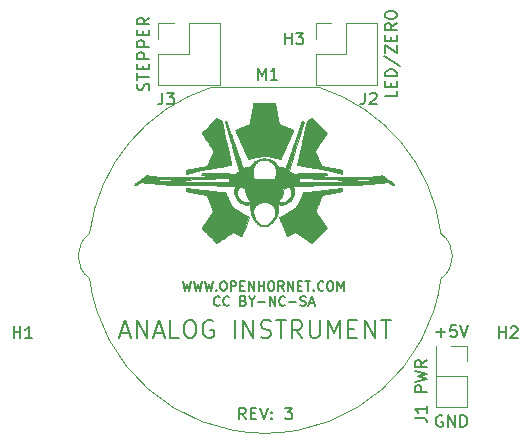
<source format=gbr>
%TF.GenerationSoftware,KiCad,Pcbnew,(6.0.9)*%
%TF.CreationDate,2023-01-27T21:07:44-09:00*%
%TF.ProjectId,GAUGE_Analog Instruments,47415547-455f-4416-9e61-6c6f6720496e,rev?*%
%TF.SameCoordinates,Original*%
%TF.FileFunction,Legend,Top*%
%TF.FilePolarity,Positive*%
%FSLAX46Y46*%
G04 Gerber Fmt 4.6, Leading zero omitted, Abs format (unit mm)*
G04 Created by KiCad (PCBNEW (6.0.9)) date 2023-01-27 21:07:44*
%MOMM*%
%LPD*%
G01*
G04 APERTURE LIST*
%ADD10C,0.150000*%
%ADD11C,0.200000*%
%ADD12C,0.010000*%
%ADD13C,0.120000*%
%ADD14C,0.100000*%
%ADD15R,1.070000X1.800000*%
%ADD16O,1.070000X1.800000*%
%ADD17O,1.700000X1.700000*%
%ADD18R,1.700000X1.700000*%
%ADD19C,3.800000*%
%ADD20C,2.500000*%
%ADD21C,2.200000*%
%ADD22C,1.524000*%
G04 APERTURE END LIST*
D10*
X194928610Y-110369574D02*
X194833372Y-110321954D01*
X194690515Y-110321954D01*
X194547657Y-110369574D01*
X194452419Y-110464812D01*
X194404800Y-110560050D01*
X194357181Y-110750526D01*
X194357181Y-110893383D01*
X194404800Y-111083859D01*
X194452419Y-111179097D01*
X194547657Y-111274335D01*
X194690515Y-111321954D01*
X194785753Y-111321954D01*
X194928610Y-111274335D01*
X194976229Y-111226716D01*
X194976229Y-110893383D01*
X194785753Y-110893383D01*
X195404800Y-111321954D02*
X195404800Y-110321954D01*
X195976229Y-111321954D01*
X195976229Y-110321954D01*
X196452419Y-111321954D02*
X196452419Y-110321954D01*
X196690515Y-110321954D01*
X196833372Y-110369574D01*
X196928610Y-110464812D01*
X196976229Y-110560050D01*
X197023848Y-110750526D01*
X197023848Y-110893383D01*
X196976229Y-111083859D01*
X196928610Y-111179097D01*
X196833372Y-111274335D01*
X196690515Y-111321954D01*
X196452419Y-111321954D01*
X194404800Y-103321002D02*
X195166705Y-103321002D01*
X194785753Y-103701954D02*
X194785753Y-102940050D01*
X196119086Y-102701954D02*
X195642895Y-102701954D01*
X195595276Y-103178145D01*
X195642895Y-103130526D01*
X195738134Y-103082907D01*
X195976229Y-103082907D01*
X196071467Y-103130526D01*
X196119086Y-103178145D01*
X196166705Y-103273383D01*
X196166705Y-103511478D01*
X196119086Y-103606716D01*
X196071467Y-103654335D01*
X195976229Y-103701954D01*
X195738134Y-103701954D01*
X195642895Y-103654335D01*
X195595276Y-103606716D01*
X196452419Y-102701954D02*
X196785753Y-103701954D01*
X197119086Y-102701954D01*
X172977419Y-98992478D02*
X173167895Y-99792478D01*
X173320276Y-99221050D01*
X173472657Y-99792478D01*
X173663134Y-98992478D01*
X173891705Y-98992478D02*
X174082181Y-99792478D01*
X174234562Y-99221050D01*
X174386943Y-99792478D01*
X174577419Y-98992478D01*
X174805991Y-98992478D02*
X174996467Y-99792478D01*
X175148848Y-99221050D01*
X175301229Y-99792478D01*
X175491705Y-98992478D01*
X175796467Y-99716288D02*
X175834562Y-99754383D01*
X175796467Y-99792478D01*
X175758372Y-99754383D01*
X175796467Y-99716288D01*
X175796467Y-99792478D01*
X176329800Y-98992478D02*
X176482181Y-98992478D01*
X176558372Y-99030574D01*
X176634562Y-99106764D01*
X176672657Y-99259145D01*
X176672657Y-99525812D01*
X176634562Y-99678193D01*
X176558372Y-99754383D01*
X176482181Y-99792478D01*
X176329800Y-99792478D01*
X176253610Y-99754383D01*
X176177419Y-99678193D01*
X176139324Y-99525812D01*
X176139324Y-99259145D01*
X176177419Y-99106764D01*
X176253610Y-99030574D01*
X176329800Y-98992478D01*
X177015515Y-99792478D02*
X177015515Y-98992478D01*
X177320276Y-98992478D01*
X177396467Y-99030574D01*
X177434562Y-99068669D01*
X177472657Y-99144859D01*
X177472657Y-99259145D01*
X177434562Y-99335335D01*
X177396467Y-99373431D01*
X177320276Y-99411526D01*
X177015515Y-99411526D01*
X177815515Y-99373431D02*
X178082181Y-99373431D01*
X178196467Y-99792478D02*
X177815515Y-99792478D01*
X177815515Y-98992478D01*
X178196467Y-98992478D01*
X178539324Y-99792478D02*
X178539324Y-98992478D01*
X178996467Y-99792478D01*
X178996467Y-98992478D01*
X179377419Y-99792478D02*
X179377419Y-98992478D01*
X179377419Y-99373431D02*
X179834562Y-99373431D01*
X179834562Y-99792478D02*
X179834562Y-98992478D01*
X180367895Y-98992478D02*
X180520276Y-98992478D01*
X180596467Y-99030574D01*
X180672657Y-99106764D01*
X180710753Y-99259145D01*
X180710753Y-99525812D01*
X180672657Y-99678193D01*
X180596467Y-99754383D01*
X180520276Y-99792478D01*
X180367895Y-99792478D01*
X180291705Y-99754383D01*
X180215515Y-99678193D01*
X180177419Y-99525812D01*
X180177419Y-99259145D01*
X180215515Y-99106764D01*
X180291705Y-99030574D01*
X180367895Y-98992478D01*
X181510753Y-99792478D02*
X181244086Y-99411526D01*
X181053610Y-99792478D02*
X181053610Y-98992478D01*
X181358372Y-98992478D01*
X181434562Y-99030574D01*
X181472657Y-99068669D01*
X181510753Y-99144859D01*
X181510753Y-99259145D01*
X181472657Y-99335335D01*
X181434562Y-99373431D01*
X181358372Y-99411526D01*
X181053610Y-99411526D01*
X181853610Y-99792478D02*
X181853610Y-98992478D01*
X182310753Y-99792478D01*
X182310753Y-98992478D01*
X182691705Y-99373431D02*
X182958372Y-99373431D01*
X183072657Y-99792478D02*
X182691705Y-99792478D01*
X182691705Y-98992478D01*
X183072657Y-98992478D01*
X183301229Y-98992478D02*
X183758372Y-98992478D01*
X183529800Y-99792478D02*
X183529800Y-98992478D01*
X184025038Y-99716288D02*
X184063134Y-99754383D01*
X184025038Y-99792478D01*
X183986943Y-99754383D01*
X184025038Y-99716288D01*
X184025038Y-99792478D01*
X184863134Y-99716288D02*
X184825038Y-99754383D01*
X184710753Y-99792478D01*
X184634562Y-99792478D01*
X184520276Y-99754383D01*
X184444086Y-99678193D01*
X184405991Y-99602002D01*
X184367895Y-99449621D01*
X184367895Y-99335335D01*
X184405991Y-99182954D01*
X184444086Y-99106764D01*
X184520276Y-99030574D01*
X184634562Y-98992478D01*
X184710753Y-98992478D01*
X184825038Y-99030574D01*
X184863134Y-99068669D01*
X185358372Y-98992478D02*
X185510753Y-98992478D01*
X185586943Y-99030574D01*
X185663134Y-99106764D01*
X185701229Y-99259145D01*
X185701229Y-99525812D01*
X185663134Y-99678193D01*
X185586943Y-99754383D01*
X185510753Y-99792478D01*
X185358372Y-99792478D01*
X185282181Y-99754383D01*
X185205991Y-99678193D01*
X185167895Y-99525812D01*
X185167895Y-99259145D01*
X185205991Y-99106764D01*
X185282181Y-99030574D01*
X185358372Y-98992478D01*
X186044086Y-99792478D02*
X186044086Y-98992478D01*
X186310753Y-99563907D01*
X186577419Y-98992478D01*
X186577419Y-99792478D01*
X176082181Y-101004288D02*
X176044086Y-101042383D01*
X175929800Y-101080478D01*
X175853610Y-101080478D01*
X175739324Y-101042383D01*
X175663134Y-100966193D01*
X175625038Y-100890002D01*
X175586943Y-100737621D01*
X175586943Y-100623335D01*
X175625038Y-100470954D01*
X175663134Y-100394764D01*
X175739324Y-100318574D01*
X175853610Y-100280478D01*
X175929800Y-100280478D01*
X176044086Y-100318574D01*
X176082181Y-100356669D01*
X176882181Y-101004288D02*
X176844086Y-101042383D01*
X176729800Y-101080478D01*
X176653610Y-101080478D01*
X176539324Y-101042383D01*
X176463134Y-100966193D01*
X176425038Y-100890002D01*
X176386943Y-100737621D01*
X176386943Y-100623335D01*
X176425038Y-100470954D01*
X176463134Y-100394764D01*
X176539324Y-100318574D01*
X176653610Y-100280478D01*
X176729800Y-100280478D01*
X176844086Y-100318574D01*
X176882181Y-100356669D01*
X178101229Y-100661431D02*
X178215515Y-100699526D01*
X178253610Y-100737621D01*
X178291705Y-100813812D01*
X178291705Y-100928097D01*
X178253610Y-101004288D01*
X178215515Y-101042383D01*
X178139324Y-101080478D01*
X177834562Y-101080478D01*
X177834562Y-100280478D01*
X178101229Y-100280478D01*
X178177419Y-100318574D01*
X178215515Y-100356669D01*
X178253610Y-100432859D01*
X178253610Y-100509050D01*
X178215515Y-100585240D01*
X178177419Y-100623335D01*
X178101229Y-100661431D01*
X177834562Y-100661431D01*
X178786943Y-100699526D02*
X178786943Y-101080478D01*
X178520276Y-100280478D02*
X178786943Y-100699526D01*
X179053610Y-100280478D01*
X179320276Y-100775716D02*
X179929800Y-100775716D01*
X180310753Y-101080478D02*
X180310753Y-100280478D01*
X180767895Y-101080478D01*
X180767895Y-100280478D01*
X181605991Y-101004288D02*
X181567895Y-101042383D01*
X181453610Y-101080478D01*
X181377419Y-101080478D01*
X181263134Y-101042383D01*
X181186943Y-100966193D01*
X181148848Y-100890002D01*
X181110753Y-100737621D01*
X181110753Y-100623335D01*
X181148848Y-100470954D01*
X181186943Y-100394764D01*
X181263134Y-100318574D01*
X181377419Y-100280478D01*
X181453610Y-100280478D01*
X181567895Y-100318574D01*
X181605991Y-100356669D01*
X181948848Y-100775716D02*
X182558372Y-100775716D01*
X182901229Y-101042383D02*
X183015515Y-101080478D01*
X183205991Y-101080478D01*
X183282181Y-101042383D01*
X183320276Y-101004288D01*
X183358372Y-100928097D01*
X183358372Y-100851907D01*
X183320276Y-100775716D01*
X183282181Y-100737621D01*
X183205991Y-100699526D01*
X183053610Y-100661431D01*
X182977419Y-100623335D01*
X182939324Y-100585240D01*
X182901229Y-100509050D01*
X182901229Y-100432859D01*
X182939324Y-100356669D01*
X182977419Y-100318574D01*
X183053610Y-100280478D01*
X183244086Y-100280478D01*
X183358372Y-100318574D01*
X183663134Y-100851907D02*
X184044086Y-100851907D01*
X183586943Y-101080478D02*
X183853610Y-100280478D01*
X184120276Y-101080478D01*
X178271099Y-110686954D02*
X177937766Y-110210764D01*
X177699670Y-110686954D02*
X177699670Y-109686954D01*
X178080623Y-109686954D01*
X178175861Y-109734574D01*
X178223480Y-109782193D01*
X178271099Y-109877431D01*
X178271099Y-110020288D01*
X178223480Y-110115526D01*
X178175861Y-110163145D01*
X178080623Y-110210764D01*
X177699670Y-110210764D01*
X178699670Y-110163145D02*
X179033004Y-110163145D01*
X179175861Y-110686954D02*
X178699670Y-110686954D01*
X178699670Y-109686954D01*
X179175861Y-109686954D01*
X179461575Y-109686954D02*
X179794908Y-110686954D01*
X180128242Y-109686954D01*
X180461575Y-110591716D02*
X180509194Y-110639335D01*
X180461575Y-110686954D01*
X180413956Y-110639335D01*
X180461575Y-110591716D01*
X180461575Y-110686954D01*
X180461575Y-110067907D02*
X180509194Y-110115526D01*
X180461575Y-110163145D01*
X180413956Y-110115526D01*
X180461575Y-110067907D01*
X180461575Y-110163145D01*
X181604432Y-109686954D02*
X182223480Y-109686954D01*
X181890146Y-110067907D01*
X182033004Y-110067907D01*
X182128242Y-110115526D01*
X182175861Y-110163145D01*
X182223480Y-110258383D01*
X182223480Y-110496478D01*
X182175861Y-110591716D01*
X182128242Y-110639335D01*
X182033004Y-110686954D01*
X181747289Y-110686954D01*
X181652051Y-110639335D01*
X181604432Y-110591716D01*
D11*
X167696372Y-103372574D02*
X168410657Y-103372574D01*
X167553515Y-103801145D02*
X168053515Y-102301145D01*
X168553515Y-103801145D01*
X169053515Y-103801145D02*
X169053515Y-102301145D01*
X169910657Y-103801145D01*
X169910657Y-102301145D01*
X170553515Y-103372574D02*
X171267800Y-103372574D01*
X170410657Y-103801145D02*
X170910657Y-102301145D01*
X171410657Y-103801145D01*
X172624943Y-103801145D02*
X171910657Y-103801145D01*
X171910657Y-102301145D01*
X173410657Y-102301145D02*
X173696372Y-102301145D01*
X173839229Y-102372574D01*
X173982086Y-102515431D01*
X174053515Y-102801145D01*
X174053515Y-103301145D01*
X173982086Y-103586859D01*
X173839229Y-103729716D01*
X173696372Y-103801145D01*
X173410657Y-103801145D01*
X173267800Y-103729716D01*
X173124943Y-103586859D01*
X173053515Y-103301145D01*
X173053515Y-102801145D01*
X173124943Y-102515431D01*
X173267800Y-102372574D01*
X173410657Y-102301145D01*
X175482086Y-102372574D02*
X175339229Y-102301145D01*
X175124943Y-102301145D01*
X174910657Y-102372574D01*
X174767800Y-102515431D01*
X174696372Y-102658288D01*
X174624943Y-102944002D01*
X174624943Y-103158288D01*
X174696372Y-103444002D01*
X174767800Y-103586859D01*
X174910657Y-103729716D01*
X175124943Y-103801145D01*
X175267800Y-103801145D01*
X175482086Y-103729716D01*
X175553515Y-103658288D01*
X175553515Y-103158288D01*
X175267800Y-103158288D01*
X177339229Y-103801145D02*
X177339229Y-102301145D01*
X178053515Y-103801145D02*
X178053515Y-102301145D01*
X178910657Y-103801145D01*
X178910657Y-102301145D01*
X179553515Y-103729716D02*
X179767800Y-103801145D01*
X180124943Y-103801145D01*
X180267800Y-103729716D01*
X180339229Y-103658288D01*
X180410657Y-103515431D01*
X180410657Y-103372574D01*
X180339229Y-103229716D01*
X180267800Y-103158288D01*
X180124943Y-103086859D01*
X179839229Y-103015431D01*
X179696372Y-102944002D01*
X179624943Y-102872574D01*
X179553515Y-102729716D01*
X179553515Y-102586859D01*
X179624943Y-102444002D01*
X179696372Y-102372574D01*
X179839229Y-102301145D01*
X180196372Y-102301145D01*
X180410657Y-102372574D01*
X180839229Y-102301145D02*
X181696372Y-102301145D01*
X181267800Y-103801145D02*
X181267800Y-102301145D01*
X183053515Y-103801145D02*
X182553515Y-103086859D01*
X182196372Y-103801145D02*
X182196372Y-102301145D01*
X182767800Y-102301145D01*
X182910657Y-102372574D01*
X182982086Y-102444002D01*
X183053515Y-102586859D01*
X183053515Y-102801145D01*
X182982086Y-102944002D01*
X182910657Y-103015431D01*
X182767800Y-103086859D01*
X182196372Y-103086859D01*
X183696372Y-102301145D02*
X183696372Y-103515431D01*
X183767800Y-103658288D01*
X183839229Y-103729716D01*
X183982086Y-103801145D01*
X184267800Y-103801145D01*
X184410657Y-103729716D01*
X184482086Y-103658288D01*
X184553515Y-103515431D01*
X184553515Y-102301145D01*
X185267800Y-103801145D02*
X185267800Y-102301145D01*
X185767800Y-103372574D01*
X186267800Y-102301145D01*
X186267800Y-103801145D01*
X186982086Y-103015431D02*
X187482086Y-103015431D01*
X187696372Y-103801145D02*
X186982086Y-103801145D01*
X186982086Y-102301145D01*
X187696372Y-102301145D01*
X188339229Y-103801145D02*
X188339229Y-102301145D01*
X189196372Y-103801145D01*
X189196372Y-102301145D01*
X189696372Y-102301145D02*
X190553515Y-102301145D01*
X190124943Y-103801145D02*
X190124943Y-102301145D01*
D10*
%TO.C,J3*%
X171227181Y-83016954D02*
X171227181Y-83731240D01*
X171179562Y-83874097D01*
X171084324Y-83969335D01*
X170941467Y-84016954D01*
X170846229Y-84016954D01*
X171608134Y-83016954D02*
X172227181Y-83016954D01*
X171893848Y-83397907D01*
X172036705Y-83397907D01*
X172131943Y-83445526D01*
X172179562Y-83493145D01*
X172227181Y-83588383D01*
X172227181Y-83826478D01*
X172179562Y-83921716D01*
X172131943Y-83969335D01*
X172036705Y-84016954D01*
X171750991Y-84016954D01*
X171655753Y-83969335D01*
X171608134Y-83921716D01*
X170060276Y-82826002D02*
X170107895Y-82683145D01*
X170107895Y-82445050D01*
X170060276Y-82349812D01*
X170012657Y-82302193D01*
X169917419Y-82254574D01*
X169822181Y-82254574D01*
X169726943Y-82302193D01*
X169679324Y-82349812D01*
X169631705Y-82445050D01*
X169584086Y-82635526D01*
X169536467Y-82730764D01*
X169488848Y-82778383D01*
X169393610Y-82826002D01*
X169298372Y-82826002D01*
X169203134Y-82778383D01*
X169155515Y-82730764D01*
X169107895Y-82635526D01*
X169107895Y-82397431D01*
X169155515Y-82254574D01*
X169107895Y-81968859D02*
X169107895Y-81397431D01*
X170107895Y-81683145D02*
X169107895Y-81683145D01*
X169584086Y-81064097D02*
X169584086Y-80730764D01*
X170107895Y-80587907D02*
X170107895Y-81064097D01*
X169107895Y-81064097D01*
X169107895Y-80587907D01*
X170107895Y-80159335D02*
X169107895Y-80159335D01*
X169107895Y-79778383D01*
X169155515Y-79683145D01*
X169203134Y-79635526D01*
X169298372Y-79587907D01*
X169441229Y-79587907D01*
X169536467Y-79635526D01*
X169584086Y-79683145D01*
X169631705Y-79778383D01*
X169631705Y-80159335D01*
X170107895Y-79159335D02*
X169107895Y-79159335D01*
X169107895Y-78778383D01*
X169155515Y-78683145D01*
X169203134Y-78635526D01*
X169298372Y-78587907D01*
X169441229Y-78587907D01*
X169536467Y-78635526D01*
X169584086Y-78683145D01*
X169631705Y-78778383D01*
X169631705Y-79159335D01*
X169584086Y-78159335D02*
X169584086Y-77826002D01*
X170107895Y-77683145D02*
X170107895Y-78159335D01*
X169107895Y-78159335D01*
X169107895Y-77683145D01*
X170107895Y-76683145D02*
X169631705Y-77016478D01*
X170107895Y-77254574D02*
X169107895Y-77254574D01*
X169107895Y-76873621D01*
X169155515Y-76778383D01*
X169203134Y-76730764D01*
X169298372Y-76683145D01*
X169441229Y-76683145D01*
X169536467Y-76730764D01*
X169584086Y-76778383D01*
X169631705Y-76873621D01*
X169631705Y-77254574D01*
%TO.C,J2*%
X188372181Y-83016954D02*
X188372181Y-83731240D01*
X188324562Y-83874097D01*
X188229324Y-83969335D01*
X188086467Y-84016954D01*
X187991229Y-84016954D01*
X188800753Y-83112193D02*
X188848372Y-83064574D01*
X188943610Y-83016954D01*
X189181705Y-83016954D01*
X189276943Y-83064574D01*
X189324562Y-83112193D01*
X189372181Y-83207431D01*
X189372181Y-83302669D01*
X189324562Y-83445526D01*
X188753134Y-84016954D01*
X189372181Y-84016954D01*
X191062895Y-82873621D02*
X191062895Y-83349812D01*
X190062895Y-83349812D01*
X190539086Y-82540288D02*
X190539086Y-82206954D01*
X191062895Y-82064097D02*
X191062895Y-82540288D01*
X190062895Y-82540288D01*
X190062895Y-82064097D01*
X191062895Y-81635526D02*
X190062895Y-81635526D01*
X190062895Y-81397431D01*
X190110515Y-81254574D01*
X190205753Y-81159335D01*
X190300991Y-81111716D01*
X190491467Y-81064097D01*
X190634324Y-81064097D01*
X190824800Y-81111716D01*
X190920038Y-81159335D01*
X191015276Y-81254574D01*
X191062895Y-81397431D01*
X191062895Y-81635526D01*
X190015276Y-79921240D02*
X191300991Y-80778383D01*
X190062895Y-79683145D02*
X190062895Y-79016478D01*
X191062895Y-79683145D01*
X191062895Y-79016478D01*
X190539086Y-78635526D02*
X190539086Y-78302193D01*
X191062895Y-78159335D02*
X191062895Y-78635526D01*
X190062895Y-78635526D01*
X190062895Y-78159335D01*
X191062895Y-77159335D02*
X190586705Y-77492669D01*
X191062895Y-77730764D02*
X190062895Y-77730764D01*
X190062895Y-77349812D01*
X190110515Y-77254574D01*
X190158134Y-77206954D01*
X190253372Y-77159335D01*
X190396229Y-77159335D01*
X190491467Y-77206954D01*
X190539086Y-77254574D01*
X190586705Y-77349812D01*
X190586705Y-77730764D01*
X190062895Y-76540288D02*
X190062895Y-76349812D01*
X190110515Y-76254574D01*
X190205753Y-76159335D01*
X190396229Y-76111716D01*
X190729562Y-76111716D01*
X190920038Y-76159335D01*
X191015276Y-76254574D01*
X191062895Y-76349812D01*
X191062895Y-76540288D01*
X191015276Y-76635526D01*
X190920038Y-76730764D01*
X190729562Y-76778383D01*
X190396229Y-76778383D01*
X190205753Y-76730764D01*
X190110515Y-76635526D01*
X190062895Y-76540288D01*
%TO.C,J1*%
X192602895Y-110567907D02*
X193317181Y-110567907D01*
X193460038Y-110615526D01*
X193555276Y-110710764D01*
X193602895Y-110853621D01*
X193602895Y-110948859D01*
X193602895Y-109567907D02*
X193602895Y-110139335D01*
X193602895Y-109853621D02*
X192602895Y-109853621D01*
X192745753Y-109948859D01*
X192840991Y-110044097D01*
X192888610Y-110139335D01*
X193602895Y-108392907D02*
X192602895Y-108392907D01*
X192602895Y-108011954D01*
X192650515Y-107916716D01*
X192698134Y-107869097D01*
X192793372Y-107821478D01*
X192936229Y-107821478D01*
X193031467Y-107869097D01*
X193079086Y-107916716D01*
X193126705Y-108011954D01*
X193126705Y-108392907D01*
X192602895Y-107488145D02*
X193602895Y-107250050D01*
X192888610Y-107059574D01*
X193602895Y-106869097D01*
X192602895Y-106631002D01*
X193602895Y-105678621D02*
X193126705Y-106011954D01*
X193602895Y-106250050D02*
X192602895Y-106250050D01*
X192602895Y-105869097D01*
X192650515Y-105773859D01*
X192698134Y-105726240D01*
X192793372Y-105678621D01*
X192936229Y-105678621D01*
X193031467Y-105726240D01*
X193079086Y-105773859D01*
X193126705Y-105869097D01*
X193126705Y-106250050D01*
%TO.C,M1*%
X179293242Y-81920332D02*
X179293242Y-80920332D01*
X179626575Y-81634618D01*
X179959908Y-80920332D01*
X179959908Y-81920332D01*
X180959908Y-81920332D02*
X180388480Y-81920332D01*
X180674194Y-81920332D02*
X180674194Y-80920332D01*
X180578956Y-81063190D01*
X180483718Y-81158428D01*
X180388480Y-81206047D01*
%TO.C,H3*%
X181593610Y-78936954D02*
X181593610Y-77936954D01*
X181593610Y-78413145D02*
X182165038Y-78413145D01*
X182165038Y-78936954D02*
X182165038Y-77936954D01*
X182545991Y-77936954D02*
X183165038Y-77936954D01*
X182831705Y-78317907D01*
X182974562Y-78317907D01*
X183069800Y-78365526D01*
X183117419Y-78413145D01*
X183165038Y-78508383D01*
X183165038Y-78746478D01*
X183117419Y-78841716D01*
X183069800Y-78889335D01*
X182974562Y-78936954D01*
X182688848Y-78936954D01*
X182593610Y-78889335D01*
X182545991Y-78841716D01*
%TO.C,H2*%
X199729345Y-103820331D02*
X199729345Y-102820331D01*
X199729345Y-103296522D02*
X200300773Y-103296522D01*
X200300773Y-103820331D02*
X200300773Y-102820331D01*
X200729345Y-102915570D02*
X200776964Y-102867951D01*
X200872202Y-102820331D01*
X201110297Y-102820331D01*
X201205535Y-102867951D01*
X201253154Y-102915570D01*
X201300773Y-103010808D01*
X201300773Y-103106046D01*
X201253154Y-103248903D01*
X200681726Y-103820331D01*
X201300773Y-103820331D01*
%TO.C,H1*%
X158622376Y-103820331D02*
X158622376Y-102820331D01*
X158622376Y-103296522D02*
X159193804Y-103296522D01*
X159193804Y-103820331D02*
X159193804Y-102820331D01*
X160193804Y-103820331D02*
X159622376Y-103820331D01*
X159908090Y-103820331D02*
X159908090Y-102820331D01*
X159812852Y-102963189D01*
X159717614Y-103058427D01*
X159622376Y-103106046D01*
%TO.C,G\u002A\u002A\u002A*%
G36*
X173277775Y-91110912D02*
G01*
X173303400Y-91113651D01*
X173343863Y-91118080D01*
X173398167Y-91124084D01*
X173465320Y-91131553D01*
X173544327Y-91140373D01*
X173634195Y-91150433D01*
X173733928Y-91161619D01*
X173842533Y-91173819D01*
X173959016Y-91186920D01*
X174082383Y-91200811D01*
X174211639Y-91215379D01*
X174345791Y-91230510D01*
X174483844Y-91246094D01*
X174624804Y-91262017D01*
X174767677Y-91278167D01*
X174911470Y-91294431D01*
X175055187Y-91310697D01*
X175197835Y-91326852D01*
X175338419Y-91342785D01*
X175475946Y-91358382D01*
X175609421Y-91373531D01*
X175737851Y-91388120D01*
X175860241Y-91402036D01*
X175975596Y-91415167D01*
X176082924Y-91427400D01*
X176181230Y-91438622D01*
X176269519Y-91448722D01*
X176346798Y-91457587D01*
X176412072Y-91465104D01*
X176464347Y-91471161D01*
X176502630Y-91475646D01*
X176525926Y-91478445D01*
X176532039Y-91479233D01*
X176555160Y-91484149D01*
X176566736Y-91492874D01*
X176571915Y-91508090D01*
X176576408Y-91520916D01*
X176587190Y-91547371D01*
X176603474Y-91585701D01*
X176624470Y-91634154D01*
X176649391Y-91690974D01*
X176677447Y-91754409D01*
X176707851Y-91822705D01*
X176739814Y-91894107D01*
X176772548Y-91966863D01*
X176805264Y-92039217D01*
X176837173Y-92109418D01*
X176867488Y-92175710D01*
X176895420Y-92236341D01*
X176920181Y-92289555D01*
X176940981Y-92333601D01*
X176957033Y-92366723D01*
X176964900Y-92382238D01*
X177006642Y-92452909D01*
X177059873Y-92529236D01*
X177121716Y-92607914D01*
X177189294Y-92685634D01*
X177259729Y-92759092D01*
X177330145Y-92824979D01*
X177397663Y-92879990D01*
X177398648Y-92880722D01*
X177413884Y-92890867D01*
X177442327Y-92908640D01*
X177482529Y-92933190D01*
X177533038Y-92963664D01*
X177592406Y-92999213D01*
X177659184Y-93038983D01*
X177731920Y-93082124D01*
X177809166Y-93127785D01*
X177889472Y-93175113D01*
X177971389Y-93223257D01*
X178053466Y-93271367D01*
X178134254Y-93318590D01*
X178212303Y-93364074D01*
X178286164Y-93406970D01*
X178354387Y-93446424D01*
X178415522Y-93481586D01*
X178468119Y-93511604D01*
X178510730Y-93535627D01*
X178541903Y-93552803D01*
X178552461Y-93558408D01*
X178590196Y-93578007D01*
X178269619Y-94352707D01*
X178212702Y-94489962D01*
X178160475Y-94615313D01*
X178113112Y-94728352D01*
X178070790Y-94828670D01*
X178033683Y-94915858D01*
X178001967Y-94989509D01*
X177975815Y-95049215D01*
X177955405Y-95094565D01*
X177940910Y-95125153D01*
X177932505Y-95140569D01*
X177931141Y-95142224D01*
X177909380Y-95153658D01*
X177891523Y-95157040D01*
X177879466Y-95153146D01*
X177854234Y-95142032D01*
X177817538Y-95124548D01*
X177771089Y-95101547D01*
X177716598Y-95073879D01*
X177655776Y-95042395D01*
X177590333Y-95007948D01*
X177568201Y-94996174D01*
X177489727Y-94954425D01*
X177424611Y-94920139D01*
X177371335Y-94892696D01*
X177328378Y-94871470D01*
X177294222Y-94855841D01*
X177267347Y-94845186D01*
X177246234Y-94838882D01*
X177229363Y-94836307D01*
X177215215Y-94836837D01*
X177202271Y-94839852D01*
X177193883Y-94842811D01*
X177184194Y-94848602D01*
X177161561Y-94863317D01*
X177126984Y-94886276D01*
X177081467Y-94916801D01*
X177026010Y-94954212D01*
X176961616Y-94997830D01*
X176889288Y-95046976D01*
X176810027Y-95100972D01*
X176724835Y-95159138D01*
X176634715Y-95220795D01*
X176540669Y-95285264D01*
X176519182Y-95300011D01*
X176406870Y-95377101D01*
X176307650Y-95445145D01*
X176220647Y-95504674D01*
X176144987Y-95556217D01*
X176079796Y-95600306D01*
X176024201Y-95637470D01*
X175977327Y-95668240D01*
X175938300Y-95693147D01*
X175906247Y-95712721D01*
X175880294Y-95727491D01*
X175859566Y-95737990D01*
X175843189Y-95744747D01*
X175830290Y-95748292D01*
X175819994Y-95749157D01*
X175811428Y-95747871D01*
X175803718Y-95744965D01*
X175795989Y-95740969D01*
X175794215Y-95740005D01*
X175785136Y-95732370D01*
X175765149Y-95713702D01*
X175735251Y-95684998D01*
X175696438Y-95647255D01*
X175649706Y-95601469D01*
X175596054Y-95548637D01*
X175536477Y-95489754D01*
X175471971Y-95425819D01*
X175403535Y-95357828D01*
X175332164Y-95286776D01*
X175258855Y-95213662D01*
X175184604Y-95139481D01*
X175110409Y-95065230D01*
X175037267Y-94991905D01*
X174966172Y-94920504D01*
X174898124Y-94852023D01*
X174834117Y-94787458D01*
X174775150Y-94727806D01*
X174722218Y-94674064D01*
X174676318Y-94627228D01*
X174638447Y-94588295D01*
X174609602Y-94558262D01*
X174590779Y-94538125D01*
X174582974Y-94528881D01*
X174582936Y-94528811D01*
X174574585Y-94510312D01*
X174570966Y-94492483D01*
X174572945Y-94472980D01*
X174581393Y-94449464D01*
X174597177Y-94419592D01*
X174621166Y-94381024D01*
X174654228Y-94331419D01*
X174658474Y-94325161D01*
X174677748Y-94296870D01*
X174705625Y-94256065D01*
X174741116Y-94204189D01*
X174783235Y-94142684D01*
X174830993Y-94072990D01*
X174883402Y-93996549D01*
X174939473Y-93914804D01*
X174998218Y-93829196D01*
X175058649Y-93741167D01*
X175112556Y-93662674D01*
X175171318Y-93576992D01*
X175227466Y-93494863D01*
X175280230Y-93417428D01*
X175328843Y-93345826D01*
X175372534Y-93281199D01*
X175410536Y-93224686D01*
X175442080Y-93177428D01*
X175466396Y-93140565D01*
X175482716Y-93115237D01*
X175490272Y-93102585D01*
X175490529Y-93102029D01*
X175498733Y-93075846D01*
X175502115Y-93051468D01*
X175498986Y-93039252D01*
X175489986Y-93012825D01*
X175475696Y-92973634D01*
X175456694Y-92923124D01*
X175433561Y-92862742D01*
X175406877Y-92793932D01*
X175377222Y-92718140D01*
X175345175Y-92636814D01*
X175311317Y-92551398D01*
X175276227Y-92463338D01*
X175240485Y-92374081D01*
X175204672Y-92285072D01*
X175169367Y-92197757D01*
X175135150Y-92113581D01*
X175102602Y-92033992D01*
X175072301Y-91960434D01*
X175044828Y-91894354D01*
X175020763Y-91837197D01*
X175000686Y-91790409D01*
X174985176Y-91755437D01*
X174974814Y-91733725D01*
X174970993Y-91727261D01*
X174953470Y-91708765D01*
X174937800Y-91695860D01*
X174935890Y-91694731D01*
X174925720Y-91692144D01*
X174900058Y-91686712D01*
X174860065Y-91678658D01*
X174806902Y-91668202D01*
X174741729Y-91655569D01*
X174665708Y-91640981D01*
X174580000Y-91624659D01*
X174485764Y-91606826D01*
X174384164Y-91587705D01*
X174276358Y-91567518D01*
X174163509Y-91546488D01*
X174117653Y-91537970D01*
X173971104Y-91510699D01*
X173840644Y-91486256D01*
X173725687Y-91464526D01*
X173625647Y-91445390D01*
X173539937Y-91428732D01*
X173467971Y-91414436D01*
X173409164Y-91402384D01*
X173362928Y-91392459D01*
X173328678Y-91384545D01*
X173305828Y-91378525D01*
X173293791Y-91374282D01*
X173292315Y-91373423D01*
X173275715Y-91359217D01*
X173264049Y-91342500D01*
X173256489Y-91320139D01*
X173252207Y-91288999D01*
X173250374Y-91245946D01*
X173250106Y-91213690D01*
X173250189Y-91170334D01*
X173250881Y-91141123D01*
X173252662Y-91123269D01*
X173256012Y-91113986D01*
X173261414Y-91110485D01*
X173267980Y-91109973D01*
X173277775Y-91110912D01*
G37*
D12*
X173277775Y-91110912D02*
X173303400Y-91113651D01*
X173343863Y-91118080D01*
X173398167Y-91124084D01*
X173465320Y-91131553D01*
X173544327Y-91140373D01*
X173634195Y-91150433D01*
X173733928Y-91161619D01*
X173842533Y-91173819D01*
X173959016Y-91186920D01*
X174082383Y-91200811D01*
X174211639Y-91215379D01*
X174345791Y-91230510D01*
X174483844Y-91246094D01*
X174624804Y-91262017D01*
X174767677Y-91278167D01*
X174911470Y-91294431D01*
X175055187Y-91310697D01*
X175197835Y-91326852D01*
X175338419Y-91342785D01*
X175475946Y-91358382D01*
X175609421Y-91373531D01*
X175737851Y-91388120D01*
X175860241Y-91402036D01*
X175975596Y-91415167D01*
X176082924Y-91427400D01*
X176181230Y-91438622D01*
X176269519Y-91448722D01*
X176346798Y-91457587D01*
X176412072Y-91465104D01*
X176464347Y-91471161D01*
X176502630Y-91475646D01*
X176525926Y-91478445D01*
X176532039Y-91479233D01*
X176555160Y-91484149D01*
X176566736Y-91492874D01*
X176571915Y-91508090D01*
X176576408Y-91520916D01*
X176587190Y-91547371D01*
X176603474Y-91585701D01*
X176624470Y-91634154D01*
X176649391Y-91690974D01*
X176677447Y-91754409D01*
X176707851Y-91822705D01*
X176739814Y-91894107D01*
X176772548Y-91966863D01*
X176805264Y-92039217D01*
X176837173Y-92109418D01*
X176867488Y-92175710D01*
X176895420Y-92236341D01*
X176920181Y-92289555D01*
X176940981Y-92333601D01*
X176957033Y-92366723D01*
X176964900Y-92382238D01*
X177006642Y-92452909D01*
X177059873Y-92529236D01*
X177121716Y-92607914D01*
X177189294Y-92685634D01*
X177259729Y-92759092D01*
X177330145Y-92824979D01*
X177397663Y-92879990D01*
X177398648Y-92880722D01*
X177413884Y-92890867D01*
X177442327Y-92908640D01*
X177482529Y-92933190D01*
X177533038Y-92963664D01*
X177592406Y-92999213D01*
X177659184Y-93038983D01*
X177731920Y-93082124D01*
X177809166Y-93127785D01*
X177889472Y-93175113D01*
X177971389Y-93223257D01*
X178053466Y-93271367D01*
X178134254Y-93318590D01*
X178212303Y-93364074D01*
X178286164Y-93406970D01*
X178354387Y-93446424D01*
X178415522Y-93481586D01*
X178468119Y-93511604D01*
X178510730Y-93535627D01*
X178541903Y-93552803D01*
X178552461Y-93558408D01*
X178590196Y-93578007D01*
X178269619Y-94352707D01*
X178212702Y-94489962D01*
X178160475Y-94615313D01*
X178113112Y-94728352D01*
X178070790Y-94828670D01*
X178033683Y-94915858D01*
X178001967Y-94989509D01*
X177975815Y-95049215D01*
X177955405Y-95094565D01*
X177940910Y-95125153D01*
X177932505Y-95140569D01*
X177931141Y-95142224D01*
X177909380Y-95153658D01*
X177891523Y-95157040D01*
X177879466Y-95153146D01*
X177854234Y-95142032D01*
X177817538Y-95124548D01*
X177771089Y-95101547D01*
X177716598Y-95073879D01*
X177655776Y-95042395D01*
X177590333Y-95007948D01*
X177568201Y-94996174D01*
X177489727Y-94954425D01*
X177424611Y-94920139D01*
X177371335Y-94892696D01*
X177328378Y-94871470D01*
X177294222Y-94855841D01*
X177267347Y-94845186D01*
X177246234Y-94838882D01*
X177229363Y-94836307D01*
X177215215Y-94836837D01*
X177202271Y-94839852D01*
X177193883Y-94842811D01*
X177184194Y-94848602D01*
X177161561Y-94863317D01*
X177126984Y-94886276D01*
X177081467Y-94916801D01*
X177026010Y-94954212D01*
X176961616Y-94997830D01*
X176889288Y-95046976D01*
X176810027Y-95100972D01*
X176724835Y-95159138D01*
X176634715Y-95220795D01*
X176540669Y-95285264D01*
X176519182Y-95300011D01*
X176406870Y-95377101D01*
X176307650Y-95445145D01*
X176220647Y-95504674D01*
X176144987Y-95556217D01*
X176079796Y-95600306D01*
X176024201Y-95637470D01*
X175977327Y-95668240D01*
X175938300Y-95693147D01*
X175906247Y-95712721D01*
X175880294Y-95727491D01*
X175859566Y-95737990D01*
X175843189Y-95744747D01*
X175830290Y-95748292D01*
X175819994Y-95749157D01*
X175811428Y-95747871D01*
X175803718Y-95744965D01*
X175795989Y-95740969D01*
X175794215Y-95740005D01*
X175785136Y-95732370D01*
X175765149Y-95713702D01*
X175735251Y-95684998D01*
X175696438Y-95647255D01*
X175649706Y-95601469D01*
X175596054Y-95548637D01*
X175536477Y-95489754D01*
X175471971Y-95425819D01*
X175403535Y-95357828D01*
X175332164Y-95286776D01*
X175258855Y-95213662D01*
X175184604Y-95139481D01*
X175110409Y-95065230D01*
X175037267Y-94991905D01*
X174966172Y-94920504D01*
X174898124Y-94852023D01*
X174834117Y-94787458D01*
X174775150Y-94727806D01*
X174722218Y-94674064D01*
X174676318Y-94627228D01*
X174638447Y-94588295D01*
X174609602Y-94558262D01*
X174590779Y-94538125D01*
X174582974Y-94528881D01*
X174582936Y-94528811D01*
X174574585Y-94510312D01*
X174570966Y-94492483D01*
X174572945Y-94472980D01*
X174581393Y-94449464D01*
X174597177Y-94419592D01*
X174621166Y-94381024D01*
X174654228Y-94331419D01*
X174658474Y-94325161D01*
X174677748Y-94296870D01*
X174705625Y-94256065D01*
X174741116Y-94204189D01*
X174783235Y-94142684D01*
X174830993Y-94072990D01*
X174883402Y-93996549D01*
X174939473Y-93914804D01*
X174998218Y-93829196D01*
X175058649Y-93741167D01*
X175112556Y-93662674D01*
X175171318Y-93576992D01*
X175227466Y-93494863D01*
X175280230Y-93417428D01*
X175328843Y-93345826D01*
X175372534Y-93281199D01*
X175410536Y-93224686D01*
X175442080Y-93177428D01*
X175466396Y-93140565D01*
X175482716Y-93115237D01*
X175490272Y-93102585D01*
X175490529Y-93102029D01*
X175498733Y-93075846D01*
X175502115Y-93051468D01*
X175498986Y-93039252D01*
X175489986Y-93012825D01*
X175475696Y-92973634D01*
X175456694Y-92923124D01*
X175433561Y-92862742D01*
X175406877Y-92793932D01*
X175377222Y-92718140D01*
X175345175Y-92636814D01*
X175311317Y-92551398D01*
X175276227Y-92463338D01*
X175240485Y-92374081D01*
X175204672Y-92285072D01*
X175169367Y-92197757D01*
X175135150Y-92113581D01*
X175102602Y-92033992D01*
X175072301Y-91960434D01*
X175044828Y-91894354D01*
X175020763Y-91837197D01*
X175000686Y-91790409D01*
X174985176Y-91755437D01*
X174974814Y-91733725D01*
X174970993Y-91727261D01*
X174953470Y-91708765D01*
X174937800Y-91695860D01*
X174935890Y-91694731D01*
X174925720Y-91692144D01*
X174900058Y-91686712D01*
X174860065Y-91678658D01*
X174806902Y-91668202D01*
X174741729Y-91655569D01*
X174665708Y-91640981D01*
X174580000Y-91624659D01*
X174485764Y-91606826D01*
X174384164Y-91587705D01*
X174276358Y-91567518D01*
X174163509Y-91546488D01*
X174117653Y-91537970D01*
X173971104Y-91510699D01*
X173840644Y-91486256D01*
X173725687Y-91464526D01*
X173625647Y-91445390D01*
X173539937Y-91428732D01*
X173467971Y-91414436D01*
X173409164Y-91402384D01*
X173362928Y-91392459D01*
X173328678Y-91384545D01*
X173305828Y-91378525D01*
X173293791Y-91374282D01*
X173292315Y-91373423D01*
X173275715Y-91359217D01*
X173264049Y-91342500D01*
X173256489Y-91320139D01*
X173252207Y-91288999D01*
X173250374Y-91245946D01*
X173250106Y-91213690D01*
X173250189Y-91170334D01*
X173250881Y-91141123D01*
X173252662Y-91123269D01*
X173256012Y-91113986D01*
X173261414Y-91110485D01*
X173267980Y-91109973D01*
X173277775Y-91110912D01*
G36*
X186438109Y-91110517D02*
G01*
X186443781Y-91114066D01*
X186447169Y-91123500D01*
X186448862Y-91141697D01*
X186449448Y-91171537D01*
X186449515Y-91207612D01*
X186448123Y-91264893D01*
X186443512Y-91307933D01*
X186435032Y-91339227D01*
X186422031Y-91361273D01*
X186405772Y-91375370D01*
X186394594Y-91378799D01*
X186367815Y-91385054D01*
X186326490Y-91393927D01*
X186271677Y-91405211D01*
X186204433Y-91418697D01*
X186125815Y-91434178D01*
X186036880Y-91451445D01*
X185938686Y-91470291D01*
X185832288Y-91490508D01*
X185718745Y-91511888D01*
X185599114Y-91534223D01*
X185582450Y-91537319D01*
X185467984Y-91558626D01*
X185358113Y-91579173D01*
X185253996Y-91598738D01*
X185156795Y-91617098D01*
X185067668Y-91634032D01*
X184987777Y-91649316D01*
X184918281Y-91662728D01*
X184860341Y-91674047D01*
X184815117Y-91683050D01*
X184783769Y-91689514D01*
X184767458Y-91693217D01*
X184765417Y-91693869D01*
X184756837Y-91699124D01*
X184748423Y-91705997D01*
X184739711Y-91715508D01*
X184730239Y-91728678D01*
X184719546Y-91746529D01*
X184707169Y-91770081D01*
X184692646Y-91800356D01*
X184675516Y-91838374D01*
X184655316Y-91885157D01*
X184631584Y-91941726D01*
X184603858Y-92009102D01*
X184571677Y-92088307D01*
X184534577Y-92180360D01*
X184492098Y-92286284D01*
X184452070Y-92386348D01*
X184399535Y-92518104D01*
X184353382Y-92634573D01*
X184313479Y-92736097D01*
X184279695Y-92823020D01*
X184251901Y-92895686D01*
X184229965Y-92954437D01*
X184213757Y-92999618D01*
X184203146Y-93031571D01*
X184198001Y-93050640D01*
X184197434Y-93055215D01*
X184200866Y-93083613D01*
X184209117Y-93109200D01*
X184209714Y-93110383D01*
X184216242Y-93120734D01*
X184231653Y-93143998D01*
X184255239Y-93179133D01*
X184286292Y-93225100D01*
X184324103Y-93280855D01*
X184367965Y-93345357D01*
X184417170Y-93417565D01*
X184471008Y-93496437D01*
X184528773Y-93580932D01*
X184589755Y-93670008D01*
X184647229Y-93753850D01*
X184710913Y-93846697D01*
X184772337Y-93936254D01*
X184830760Y-94021439D01*
X184885440Y-94101171D01*
X184935635Y-94174367D01*
X184980604Y-94239947D01*
X185019605Y-94296829D01*
X185051896Y-94343931D01*
X185076735Y-94380172D01*
X185093382Y-94404470D01*
X185100615Y-94415040D01*
X185121849Y-94453704D01*
X185128715Y-94486942D01*
X185128319Y-94492301D01*
X185126676Y-94498343D01*
X185123106Y-94505781D01*
X185116930Y-94515330D01*
X185107465Y-94527705D01*
X185094032Y-94543620D01*
X185075951Y-94563789D01*
X185052540Y-94588927D01*
X185023119Y-94619748D01*
X184987008Y-94656967D01*
X184943526Y-94701298D01*
X184891993Y-94753456D01*
X184831728Y-94814155D01*
X184762051Y-94884109D01*
X184682281Y-94964034D01*
X184591737Y-95054643D01*
X184512700Y-95133692D01*
X184410910Y-95235604D01*
X184320478Y-95326277D01*
X184240638Y-95406293D01*
X184170623Y-95476234D01*
X184109666Y-95536681D01*
X184057001Y-95588216D01*
X184011860Y-95631421D01*
X183973478Y-95666877D01*
X183941087Y-95695166D01*
X183913922Y-95716870D01*
X183891214Y-95732570D01*
X183872197Y-95742848D01*
X183856105Y-95748285D01*
X183842171Y-95749464D01*
X183829628Y-95746966D01*
X183817710Y-95741372D01*
X183805649Y-95733265D01*
X183792680Y-95723225D01*
X183778035Y-95711835D01*
X183763968Y-95701711D01*
X183746191Y-95689555D01*
X183715634Y-95668628D01*
X183673479Y-95639739D01*
X183620908Y-95603700D01*
X183559102Y-95561321D01*
X183489244Y-95513411D01*
X183412515Y-95460782D01*
X183330096Y-95404244D01*
X183243169Y-95344607D01*
X183152917Y-95282682D01*
X183101417Y-95247343D01*
X182995924Y-95174991D01*
X182903441Y-95111664D01*
X182823046Y-95056766D01*
X182753818Y-95009696D01*
X182694835Y-94969856D01*
X182645176Y-94936648D01*
X182603918Y-94909473D01*
X182570140Y-94887731D01*
X182542920Y-94870826D01*
X182521337Y-94858156D01*
X182504468Y-94849125D01*
X182491393Y-94843133D01*
X182481189Y-94839582D01*
X182472935Y-94837873D01*
X182470651Y-94837625D01*
X182460331Y-94837164D01*
X182449450Y-94838084D01*
X182436476Y-94841097D01*
X182419873Y-94846914D01*
X182398110Y-94856245D01*
X182369652Y-94869803D01*
X182332965Y-94888298D01*
X182286515Y-94912441D01*
X182228771Y-94942943D01*
X182158196Y-94980516D01*
X182129823Y-94995660D01*
X182047126Y-95039482D01*
X181975153Y-95076933D01*
X181914631Y-95107657D01*
X181866283Y-95131294D01*
X181830834Y-95147488D01*
X181809008Y-95155879D01*
X181803215Y-95157040D01*
X181776895Y-95149806D01*
X181761560Y-95137990D01*
X181756327Y-95128048D01*
X181745103Y-95103541D01*
X181728347Y-95065559D01*
X181706516Y-95015195D01*
X181680069Y-94953540D01*
X181649464Y-94881687D01*
X181615159Y-94800725D01*
X181577612Y-94711748D01*
X181537281Y-94615846D01*
X181494625Y-94514111D01*
X181450101Y-94407636D01*
X181404168Y-94297510D01*
X181357284Y-94184828D01*
X181309907Y-94070678D01*
X181262494Y-93956155D01*
X181215506Y-93842348D01*
X181169398Y-93730350D01*
X181124630Y-93621252D01*
X181109840Y-93585122D01*
X181113180Y-93574961D01*
X181121259Y-93570404D01*
X181133216Y-93564656D01*
X181158345Y-93551066D01*
X181195264Y-93530446D01*
X181242588Y-93503606D01*
X181298933Y-93471356D01*
X181362916Y-93434506D01*
X181433154Y-93393867D01*
X181508261Y-93350249D01*
X181586855Y-93304462D01*
X181667552Y-93257317D01*
X181748968Y-93209624D01*
X181829720Y-93162194D01*
X181908423Y-93115836D01*
X181983693Y-93071361D01*
X182054148Y-93029579D01*
X182118403Y-92991301D01*
X182175075Y-92957337D01*
X182222779Y-92928497D01*
X182260132Y-92905592D01*
X182285751Y-92889431D01*
X182296404Y-92882245D01*
X182363727Y-92828131D01*
X182434807Y-92762195D01*
X182506417Y-92688037D01*
X182575328Y-92609260D01*
X182638310Y-92529464D01*
X182692135Y-92452253D01*
X182714626Y-92415704D01*
X182724491Y-92397047D01*
X182740233Y-92365060D01*
X182761032Y-92321552D01*
X182786067Y-92268329D01*
X182814518Y-92207199D01*
X182845564Y-92139968D01*
X182878383Y-92068445D01*
X182912156Y-91994435D01*
X182946061Y-91919748D01*
X182979279Y-91846189D01*
X183010988Y-91775566D01*
X183040367Y-91709687D01*
X183066596Y-91650358D01*
X183088854Y-91599387D01*
X183106321Y-91558581D01*
X183118176Y-91529747D01*
X183123284Y-91515809D01*
X183129670Y-91495152D01*
X183133661Y-91483477D01*
X183134169Y-91482507D01*
X183142539Y-91481565D01*
X183166926Y-91478801D01*
X183206522Y-91474306D01*
X183260519Y-91468172D01*
X183328109Y-91460491D01*
X183408485Y-91451356D01*
X183500838Y-91440857D01*
X183604360Y-91429087D01*
X183718244Y-91416137D01*
X183841681Y-91402100D01*
X183973865Y-91387068D01*
X184113986Y-91371131D01*
X184261237Y-91354382D01*
X184414810Y-91336913D01*
X184573897Y-91318816D01*
X184737691Y-91300183D01*
X184772346Y-91296240D01*
X184937323Y-91277483D01*
X185097936Y-91259244D01*
X185253365Y-91241616D01*
X185402789Y-91224692D01*
X185545389Y-91208563D01*
X185680343Y-91193321D01*
X185806831Y-91179059D01*
X185924033Y-91165869D01*
X186031128Y-91153843D01*
X186127296Y-91143074D01*
X186211716Y-91133653D01*
X186283568Y-91125674D01*
X186342032Y-91119227D01*
X186386286Y-91114405D01*
X186415512Y-91111301D01*
X186428888Y-91110007D01*
X186429565Y-91109973D01*
X186438109Y-91110517D01*
G37*
X186438109Y-91110517D02*
X186443781Y-91114066D01*
X186447169Y-91123500D01*
X186448862Y-91141697D01*
X186449448Y-91171537D01*
X186449515Y-91207612D01*
X186448123Y-91264893D01*
X186443512Y-91307933D01*
X186435032Y-91339227D01*
X186422031Y-91361273D01*
X186405772Y-91375370D01*
X186394594Y-91378799D01*
X186367815Y-91385054D01*
X186326490Y-91393927D01*
X186271677Y-91405211D01*
X186204433Y-91418697D01*
X186125815Y-91434178D01*
X186036880Y-91451445D01*
X185938686Y-91470291D01*
X185832288Y-91490508D01*
X185718745Y-91511888D01*
X185599114Y-91534223D01*
X185582450Y-91537319D01*
X185467984Y-91558626D01*
X185358113Y-91579173D01*
X185253996Y-91598738D01*
X185156795Y-91617098D01*
X185067668Y-91634032D01*
X184987777Y-91649316D01*
X184918281Y-91662728D01*
X184860341Y-91674047D01*
X184815117Y-91683050D01*
X184783769Y-91689514D01*
X184767458Y-91693217D01*
X184765417Y-91693869D01*
X184756837Y-91699124D01*
X184748423Y-91705997D01*
X184739711Y-91715508D01*
X184730239Y-91728678D01*
X184719546Y-91746529D01*
X184707169Y-91770081D01*
X184692646Y-91800356D01*
X184675516Y-91838374D01*
X184655316Y-91885157D01*
X184631584Y-91941726D01*
X184603858Y-92009102D01*
X184571677Y-92088307D01*
X184534577Y-92180360D01*
X184492098Y-92286284D01*
X184452070Y-92386348D01*
X184399535Y-92518104D01*
X184353382Y-92634573D01*
X184313479Y-92736097D01*
X184279695Y-92823020D01*
X184251901Y-92895686D01*
X184229965Y-92954437D01*
X184213757Y-92999618D01*
X184203146Y-93031571D01*
X184198001Y-93050640D01*
X184197434Y-93055215D01*
X184200866Y-93083613D01*
X184209117Y-93109200D01*
X184209714Y-93110383D01*
X184216242Y-93120734D01*
X184231653Y-93143998D01*
X184255239Y-93179133D01*
X184286292Y-93225100D01*
X184324103Y-93280855D01*
X184367965Y-93345357D01*
X184417170Y-93417565D01*
X184471008Y-93496437D01*
X184528773Y-93580932D01*
X184589755Y-93670008D01*
X184647229Y-93753850D01*
X184710913Y-93846697D01*
X184772337Y-93936254D01*
X184830760Y-94021439D01*
X184885440Y-94101171D01*
X184935635Y-94174367D01*
X184980604Y-94239947D01*
X185019605Y-94296829D01*
X185051896Y-94343931D01*
X185076735Y-94380172D01*
X185093382Y-94404470D01*
X185100615Y-94415040D01*
X185121849Y-94453704D01*
X185128715Y-94486942D01*
X185128319Y-94492301D01*
X185126676Y-94498343D01*
X185123106Y-94505781D01*
X185116930Y-94515330D01*
X185107465Y-94527705D01*
X185094032Y-94543620D01*
X185075951Y-94563789D01*
X185052540Y-94588927D01*
X185023119Y-94619748D01*
X184987008Y-94656967D01*
X184943526Y-94701298D01*
X184891993Y-94753456D01*
X184831728Y-94814155D01*
X184762051Y-94884109D01*
X184682281Y-94964034D01*
X184591737Y-95054643D01*
X184512700Y-95133692D01*
X184410910Y-95235604D01*
X184320478Y-95326277D01*
X184240638Y-95406293D01*
X184170623Y-95476234D01*
X184109666Y-95536681D01*
X184057001Y-95588216D01*
X184011860Y-95631421D01*
X183973478Y-95666877D01*
X183941087Y-95695166D01*
X183913922Y-95716870D01*
X183891214Y-95732570D01*
X183872197Y-95742848D01*
X183856105Y-95748285D01*
X183842171Y-95749464D01*
X183829628Y-95746966D01*
X183817710Y-95741372D01*
X183805649Y-95733265D01*
X183792680Y-95723225D01*
X183778035Y-95711835D01*
X183763968Y-95701711D01*
X183746191Y-95689555D01*
X183715634Y-95668628D01*
X183673479Y-95639739D01*
X183620908Y-95603700D01*
X183559102Y-95561321D01*
X183489244Y-95513411D01*
X183412515Y-95460782D01*
X183330096Y-95404244D01*
X183243169Y-95344607D01*
X183152917Y-95282682D01*
X183101417Y-95247343D01*
X182995924Y-95174991D01*
X182903441Y-95111664D01*
X182823046Y-95056766D01*
X182753818Y-95009696D01*
X182694835Y-94969856D01*
X182645176Y-94936648D01*
X182603918Y-94909473D01*
X182570140Y-94887731D01*
X182542920Y-94870826D01*
X182521337Y-94858156D01*
X182504468Y-94849125D01*
X182491393Y-94843133D01*
X182481189Y-94839582D01*
X182472935Y-94837873D01*
X182470651Y-94837625D01*
X182460331Y-94837164D01*
X182449450Y-94838084D01*
X182436476Y-94841097D01*
X182419873Y-94846914D01*
X182398110Y-94856245D01*
X182369652Y-94869803D01*
X182332965Y-94888298D01*
X182286515Y-94912441D01*
X182228771Y-94942943D01*
X182158196Y-94980516D01*
X182129823Y-94995660D01*
X182047126Y-95039482D01*
X181975153Y-95076933D01*
X181914631Y-95107657D01*
X181866283Y-95131294D01*
X181830834Y-95147488D01*
X181809008Y-95155879D01*
X181803215Y-95157040D01*
X181776895Y-95149806D01*
X181761560Y-95137990D01*
X181756327Y-95128048D01*
X181745103Y-95103541D01*
X181728347Y-95065559D01*
X181706516Y-95015195D01*
X181680069Y-94953540D01*
X181649464Y-94881687D01*
X181615159Y-94800725D01*
X181577612Y-94711748D01*
X181537281Y-94615846D01*
X181494625Y-94514111D01*
X181450101Y-94407636D01*
X181404168Y-94297510D01*
X181357284Y-94184828D01*
X181309907Y-94070678D01*
X181262494Y-93956155D01*
X181215506Y-93842348D01*
X181169398Y-93730350D01*
X181124630Y-93621252D01*
X181109840Y-93585122D01*
X181113180Y-93574961D01*
X181121259Y-93570404D01*
X181133216Y-93564656D01*
X181158345Y-93551066D01*
X181195264Y-93530446D01*
X181242588Y-93503606D01*
X181298933Y-93471356D01*
X181362916Y-93434506D01*
X181433154Y-93393867D01*
X181508261Y-93350249D01*
X181586855Y-93304462D01*
X181667552Y-93257317D01*
X181748968Y-93209624D01*
X181829720Y-93162194D01*
X181908423Y-93115836D01*
X181983693Y-93071361D01*
X182054148Y-93029579D01*
X182118403Y-92991301D01*
X182175075Y-92957337D01*
X182222779Y-92928497D01*
X182260132Y-92905592D01*
X182285751Y-92889431D01*
X182296404Y-92882245D01*
X182363727Y-92828131D01*
X182434807Y-92762195D01*
X182506417Y-92688037D01*
X182575328Y-92609260D01*
X182638310Y-92529464D01*
X182692135Y-92452253D01*
X182714626Y-92415704D01*
X182724491Y-92397047D01*
X182740233Y-92365060D01*
X182761032Y-92321552D01*
X182786067Y-92268329D01*
X182814518Y-92207199D01*
X182845564Y-92139968D01*
X182878383Y-92068445D01*
X182912156Y-91994435D01*
X182946061Y-91919748D01*
X182979279Y-91846189D01*
X183010988Y-91775566D01*
X183040367Y-91709687D01*
X183066596Y-91650358D01*
X183088854Y-91599387D01*
X183106321Y-91558581D01*
X183118176Y-91529747D01*
X183123284Y-91515809D01*
X183129670Y-91495152D01*
X183133661Y-91483477D01*
X183134169Y-91482507D01*
X183142539Y-91481565D01*
X183166926Y-91478801D01*
X183206522Y-91474306D01*
X183260519Y-91468172D01*
X183328109Y-91460491D01*
X183408485Y-91451356D01*
X183500838Y-91440857D01*
X183604360Y-91429087D01*
X183718244Y-91416137D01*
X183841681Y-91402100D01*
X183973865Y-91387068D01*
X184113986Y-91371131D01*
X184261237Y-91354382D01*
X184414810Y-91336913D01*
X184573897Y-91318816D01*
X184737691Y-91300183D01*
X184772346Y-91296240D01*
X184937323Y-91277483D01*
X185097936Y-91259244D01*
X185253365Y-91241616D01*
X185402789Y-91224692D01*
X185545389Y-91208563D01*
X185680343Y-91193321D01*
X185806831Y-91179059D01*
X185924033Y-91165869D01*
X186031128Y-91153843D01*
X186127296Y-91143074D01*
X186211716Y-91133653D01*
X186283568Y-91125674D01*
X186342032Y-91119227D01*
X186386286Y-91114405D01*
X186415512Y-91111301D01*
X186428888Y-91110007D01*
X186429565Y-91109973D01*
X186438109Y-91110517D01*
G36*
X178682477Y-92985408D02*
G01*
X178681592Y-92912592D01*
X178683149Y-92828365D01*
X178684642Y-92782140D01*
X178684727Y-92758022D01*
X178683841Y-92723671D01*
X178682178Y-92682332D01*
X178679929Y-92637253D01*
X178677289Y-92591678D01*
X178674449Y-92548855D01*
X178671603Y-92512030D01*
X178668943Y-92484449D01*
X178666662Y-92469358D01*
X178665962Y-92467599D01*
X178656832Y-92468248D01*
X178635300Y-92472936D01*
X178605170Y-92480780D01*
X178587784Y-92485694D01*
X178484940Y-92506929D01*
X178376035Y-92513147D01*
X178262679Y-92504426D01*
X178146485Y-92480846D01*
X178080196Y-92460985D01*
X177957237Y-92412211D01*
X177844914Y-92351276D01*
X177740668Y-92276636D01*
X177666414Y-92210892D01*
X177615136Y-92159716D01*
X177573050Y-92112735D01*
X177536017Y-92064674D01*
X177499897Y-92010260D01*
X177470197Y-91960873D01*
X177425159Y-91882023D01*
X177388840Y-91814211D01*
X177360157Y-91754672D01*
X177338023Y-91700638D01*
X177321354Y-91649343D01*
X177309064Y-91598019D01*
X177305918Y-91579087D01*
X177561948Y-91579087D01*
X177574881Y-91679630D01*
X177603218Y-91777321D01*
X177647057Y-91873407D01*
X177666581Y-91907725D01*
X177703621Y-91961383D01*
X177751424Y-92018352D01*
X177805696Y-92074194D01*
X177862143Y-92124471D01*
X177913112Y-92162534D01*
X178000243Y-92213871D01*
X178093618Y-92257111D01*
X178188212Y-92290223D01*
X178278996Y-92311183D01*
X178283415Y-92311886D01*
X178331069Y-92316290D01*
X178386475Y-92316761D01*
X178443361Y-92313625D01*
X178495458Y-92307210D01*
X178533182Y-92298869D01*
X178559041Y-92289963D01*
X178590158Y-92277597D01*
X178621536Y-92263964D01*
X178648174Y-92251257D01*
X178665075Y-92241669D01*
X178667079Y-92240119D01*
X178663708Y-92234418D01*
X181038309Y-92234418D01*
X181041289Y-92244755D01*
X181053252Y-92253997D01*
X181073182Y-92264836D01*
X181144472Y-92293809D01*
X181225653Y-92310999D01*
X181314307Y-92316255D01*
X181408015Y-92309423D01*
X181499068Y-92291712D01*
X181610049Y-92255111D01*
X181716938Y-92203258D01*
X181816869Y-92137788D01*
X181906975Y-92060338D01*
X181910360Y-92056989D01*
X181984693Y-91972171D01*
X182045978Y-91879286D01*
X182092855Y-91780669D01*
X182119276Y-91698407D01*
X182129802Y-91638124D01*
X182134401Y-91567613D01*
X182133151Y-91492480D01*
X182126128Y-91418331D01*
X182114564Y-91355507D01*
X182103404Y-91314142D01*
X182088576Y-91266978D01*
X182071110Y-91216539D01*
X182052031Y-91165351D01*
X182032366Y-91115936D01*
X182013144Y-91070821D01*
X181995391Y-91032529D01*
X181980134Y-91003585D01*
X181968400Y-90986513D01*
X181962989Y-90982973D01*
X181951933Y-90985723D01*
X181928753Y-90993145D01*
X181897195Y-91004004D01*
X181871585Y-91013182D01*
X181833235Y-91026602D01*
X181784010Y-91043030D01*
X181729284Y-91060714D01*
X181674432Y-91077902D01*
X181653710Y-91084231D01*
X181518805Y-91125070D01*
X181474817Y-91322838D01*
X181453272Y-91418742D01*
X181434473Y-91499927D01*
X181417844Y-91568281D01*
X181402814Y-91625690D01*
X181388808Y-91674042D01*
X181375252Y-91715223D01*
X181361574Y-91751120D01*
X181347200Y-91783620D01*
X181331556Y-91814610D01*
X181317789Y-91839499D01*
X181278081Y-91904993D01*
X181230418Y-91977071D01*
X181178683Y-92050207D01*
X181126758Y-92118878D01*
X181087697Y-92166879D01*
X181061069Y-92198475D01*
X181044754Y-92219990D01*
X181038309Y-92234418D01*
X178663708Y-92234418D01*
X178662960Y-92233155D01*
X178649808Y-92215727D01*
X178629546Y-92190286D01*
X178604092Y-92159281D01*
X178597518Y-92151395D01*
X178547134Y-92088144D01*
X178495344Y-92017790D01*
X178445457Y-91945149D01*
X178400783Y-91875042D01*
X178364859Y-91812707D01*
X178347047Y-91775764D01*
X178329304Y-91731030D01*
X178311183Y-91676982D01*
X178292235Y-91612098D01*
X178272012Y-91534856D01*
X178250066Y-91443731D01*
X178229067Y-91351273D01*
X178216612Y-91295224D01*
X178205214Y-91243927D01*
X178195441Y-91199955D01*
X178187868Y-91165877D01*
X178183063Y-91144265D01*
X178181769Y-91138447D01*
X178172615Y-91124039D01*
X178150884Y-91115464D01*
X178145910Y-91114460D01*
X178128864Y-91110142D01*
X178098504Y-91101265D01*
X178057563Y-91088676D01*
X178008773Y-91073224D01*
X177954867Y-91055757D01*
X177924545Y-91045769D01*
X177871027Y-91028087D01*
X177823055Y-91012332D01*
X177782899Y-90999241D01*
X177752833Y-90989554D01*
X177735127Y-90984008D01*
X177731340Y-90982973D01*
X177725415Y-90990358D01*
X177714569Y-91010549D01*
X177700096Y-91040605D01*
X177683296Y-91077581D01*
X177665463Y-91118535D01*
X177647897Y-91160525D01*
X177631892Y-91200607D01*
X177618747Y-91235839D01*
X177614589Y-91247887D01*
X177581900Y-91364462D01*
X177564320Y-91474446D01*
X177561948Y-91579087D01*
X177305918Y-91579087D01*
X177300069Y-91543901D01*
X177296950Y-91519141D01*
X177292334Y-91417738D01*
X177300650Y-91308903D01*
X177321441Y-91195574D01*
X177354254Y-91080689D01*
X177372733Y-91029494D01*
X177384469Y-90998763D01*
X177393435Y-90974808D01*
X177398219Y-90961415D01*
X177398648Y-90959883D01*
X177390738Y-90958975D01*
X177369231Y-90958235D01*
X177337465Y-90957742D01*
X177300948Y-90957573D01*
X177224776Y-90955870D01*
X177151480Y-90951027D01*
X177084725Y-90943441D01*
X177028178Y-90933513D01*
X176992248Y-90923987D01*
X176987781Y-90922396D01*
X176984033Y-90920909D01*
X176980474Y-90919517D01*
X176976574Y-90918207D01*
X176971806Y-90916971D01*
X176965638Y-90915797D01*
X176957542Y-90914676D01*
X176946989Y-90913595D01*
X176933450Y-90912547D01*
X176916394Y-90911518D01*
X176895293Y-90910500D01*
X176869618Y-90909482D01*
X176838838Y-90908453D01*
X176802425Y-90907403D01*
X176759850Y-90906321D01*
X176710583Y-90905198D01*
X176654094Y-90904021D01*
X176589855Y-90902782D01*
X176517336Y-90901470D01*
X176436008Y-90900074D01*
X176345342Y-90898583D01*
X176244808Y-90896988D01*
X176133877Y-90895277D01*
X176012019Y-90893441D01*
X175878705Y-90891468D01*
X175733407Y-90889350D01*
X175575594Y-90887074D01*
X175404738Y-90884630D01*
X175220308Y-90882009D01*
X175021777Y-90879200D01*
X174808613Y-90876191D01*
X174580289Y-90872973D01*
X174336275Y-90869536D01*
X174076041Y-90865868D01*
X173982348Y-90864547D01*
X173874941Y-90863058D01*
X173753474Y-90861420D01*
X173620824Y-90859671D01*
X173479863Y-90857845D01*
X173333465Y-90855979D01*
X173184504Y-90854111D01*
X173035854Y-90852275D01*
X172890389Y-90850509D01*
X172750982Y-90848848D01*
X172623448Y-90847364D01*
X172465481Y-90845441D01*
X172323807Y-90843483D01*
X172197787Y-90841475D01*
X172086781Y-90839402D01*
X171990149Y-90837248D01*
X171907252Y-90835000D01*
X171837449Y-90832641D01*
X171780101Y-90830156D01*
X171734569Y-90827531D01*
X171713282Y-90825935D01*
X171660657Y-90821480D01*
X171595465Y-90815859D01*
X171518909Y-90809180D01*
X171432191Y-90801554D01*
X171336514Y-90793089D01*
X171233081Y-90783894D01*
X171123094Y-90774079D01*
X171007757Y-90763752D01*
X170888272Y-90753023D01*
X170765842Y-90742000D01*
X170641669Y-90730793D01*
X170516957Y-90719512D01*
X170392908Y-90708264D01*
X170270724Y-90697160D01*
X170151610Y-90686308D01*
X170036766Y-90675818D01*
X169927397Y-90665798D01*
X169824705Y-90656357D01*
X169729893Y-90647606D01*
X169644162Y-90639652D01*
X169568717Y-90632605D01*
X169504760Y-90626575D01*
X169453494Y-90621670D01*
X169416121Y-90617999D01*
X169393844Y-90615671D01*
X169388919Y-90615071D01*
X169379018Y-90614431D01*
X169368282Y-90616071D01*
X169354916Y-90621045D01*
X169337124Y-90630404D01*
X169313113Y-90645203D01*
X169281086Y-90666494D01*
X169239249Y-90695331D01*
X169185806Y-90732765D01*
X169173428Y-90741474D01*
X169116850Y-90781144D01*
X169072068Y-90812055D01*
X169037143Y-90835352D01*
X169010138Y-90852184D01*
X168989114Y-90863695D01*
X168972134Y-90871032D01*
X168957259Y-90875343D01*
X168943127Y-90877701D01*
X168900140Y-90880032D01*
X168869235Y-90875111D01*
X168851997Y-90863246D01*
X168850167Y-90859661D01*
X168849438Y-90844380D01*
X168853157Y-90820131D01*
X168856385Y-90806997D01*
X168867925Y-90778119D01*
X168887612Y-90749993D01*
X168914553Y-90721736D01*
X168930667Y-90707876D01*
X168958694Y-90685639D01*
X168997214Y-90656055D01*
X169044803Y-90620151D01*
X169100040Y-90578957D01*
X169161504Y-90533503D01*
X169227772Y-90484816D01*
X169297423Y-90433926D01*
X169361291Y-90387491D01*
X169942344Y-90387491D01*
X169950906Y-90388379D01*
X169975361Y-90390423D01*
X170014714Y-90393551D01*
X170067971Y-90397686D01*
X170134135Y-90402754D01*
X170212213Y-90408679D01*
X170301209Y-90415387D01*
X170400128Y-90422804D01*
X170507975Y-90430853D01*
X170623754Y-90439460D01*
X170746471Y-90448550D01*
X170875131Y-90458048D01*
X171008739Y-90467879D01*
X171040616Y-90470220D01*
X172136615Y-90550676D01*
X174227882Y-90570911D01*
X174418824Y-90572752D01*
X174607382Y-90574558D01*
X174792697Y-90576321D01*
X174973914Y-90578032D01*
X175150177Y-90579686D01*
X175320628Y-90581272D01*
X175484411Y-90582785D01*
X175640670Y-90584216D01*
X175788549Y-90585558D01*
X175927191Y-90586802D01*
X176055740Y-90587941D01*
X176173339Y-90588968D01*
X176279131Y-90589874D01*
X176372262Y-90590652D01*
X176451873Y-90591294D01*
X176517109Y-90591793D01*
X176567113Y-90592140D01*
X176600665Y-90592326D01*
X176882181Y-90593507D01*
X176882181Y-90512287D01*
X176884968Y-90451381D01*
X176892545Y-90385876D01*
X176899487Y-90346148D01*
X176906457Y-90310687D01*
X176911577Y-90282160D01*
X176914241Y-90264119D01*
X176914304Y-90259623D01*
X176905739Y-90259743D01*
X176880956Y-90260373D01*
X176840664Y-90261493D01*
X176785569Y-90263080D01*
X176716379Y-90265113D01*
X176633802Y-90267569D01*
X176538545Y-90270429D01*
X176431315Y-90273669D01*
X176312821Y-90277269D01*
X176183769Y-90281207D01*
X176044867Y-90285461D01*
X175896822Y-90290010D01*
X175740343Y-90294832D01*
X175576136Y-90299906D01*
X175404910Y-90305210D01*
X175227371Y-90310722D01*
X175044227Y-90316421D01*
X174856186Y-90322286D01*
X174735130Y-90326068D01*
X172558445Y-90394120D01*
X171306130Y-90347140D01*
X170053815Y-90300161D01*
X169996943Y-90342690D01*
X169971353Y-90362263D01*
X169952315Y-90377663D01*
X169942832Y-90386427D01*
X169942344Y-90387491D01*
X169361291Y-90387491D01*
X169369034Y-90381862D01*
X169441185Y-90329653D01*
X169512453Y-90278328D01*
X169581417Y-90228915D01*
X169646654Y-90182445D01*
X169706743Y-90139945D01*
X169760262Y-90102444D01*
X169805789Y-90070973D01*
X169841903Y-90046559D01*
X169867181Y-90030232D01*
X169879826Y-90023164D01*
X169917209Y-90012273D01*
X169950315Y-90010135D01*
X169975029Y-90016750D01*
X169982736Y-90023076D01*
X169990390Y-90040504D01*
X169994098Y-90065062D01*
X169994163Y-90068513D01*
X169994163Y-90100180D01*
X170095956Y-90105360D01*
X170116614Y-90106297D01*
X170153119Y-90107820D01*
X170204398Y-90109889D01*
X170269375Y-90112461D01*
X170346976Y-90115496D01*
X170436127Y-90118953D01*
X170535754Y-90122789D01*
X170644782Y-90126964D01*
X170762137Y-90131437D01*
X170886744Y-90136166D01*
X171017530Y-90141109D01*
X171153420Y-90146227D01*
X171293339Y-90151476D01*
X171374615Y-90154516D01*
X172551481Y-90198492D01*
X173859582Y-90157983D01*
X174007004Y-90153406D01*
X174149778Y-90148950D01*
X174286991Y-90144645D01*
X174417730Y-90140520D01*
X174541081Y-90136605D01*
X174656131Y-90132930D01*
X174761966Y-90129524D01*
X174857674Y-90126416D01*
X174942341Y-90123637D01*
X175015053Y-90121215D01*
X175074898Y-90119181D01*
X175120961Y-90117564D01*
X175152331Y-90116393D01*
X175168093Y-90115699D01*
X175169849Y-90115551D01*
X175162608Y-90113610D01*
X175141153Y-90109329D01*
X175107968Y-90103166D01*
X175065540Y-90095583D01*
X175016352Y-90087039D01*
X175008982Y-90085778D01*
X174907580Y-90068474D01*
X174821604Y-90053802D01*
X174749797Y-90041489D01*
X174690901Y-90031264D01*
X174643660Y-90022855D01*
X174606818Y-90015989D01*
X174579116Y-90010395D01*
X174559298Y-90005799D01*
X174546108Y-90001931D01*
X174538288Y-89998518D01*
X174534582Y-89995288D01*
X174533733Y-89991969D01*
X174534483Y-89988288D01*
X174535576Y-89983974D01*
X174535683Y-89983314D01*
X174546341Y-89948404D01*
X174566498Y-89910871D01*
X174592309Y-89876367D01*
X174619930Y-89850542D01*
X174630457Y-89843995D01*
X174658114Y-89833939D01*
X174700380Y-89824937D01*
X174757686Y-89816943D01*
X174830461Y-89809910D01*
X174919135Y-89803791D01*
X175024137Y-89798541D01*
X175066282Y-89796844D01*
X175146582Y-89794061D01*
X175216881Y-89792329D01*
X175281579Y-89791688D01*
X175345078Y-89792176D01*
X175411778Y-89793830D01*
X175486079Y-89796689D01*
X175572382Y-89800790D01*
X175582749Y-89801316D01*
X175648656Y-89804745D01*
X175729455Y-89809058D01*
X175823137Y-89814143D01*
X175927691Y-89819886D01*
X176041105Y-89826174D01*
X176161369Y-89832894D01*
X176286473Y-89839931D01*
X176414405Y-89847173D01*
X176543154Y-89854507D01*
X176670710Y-89861818D01*
X176795063Y-89868994D01*
X176914200Y-89875920D01*
X177026113Y-89882485D01*
X177111145Y-89887521D01*
X177344342Y-89901405D01*
X177530245Y-89807350D01*
X177582845Y-89780522D01*
X177631262Y-89755421D01*
X177673157Y-89733292D01*
X177706192Y-89715379D01*
X177728028Y-89702928D01*
X177735340Y-89698173D01*
X177754533Y-89683053D01*
X177751091Y-89671432D01*
X178864337Y-89671432D01*
X178865953Y-89746578D01*
X178869935Y-89826851D01*
X178876093Y-89909372D01*
X178884233Y-89991263D01*
X178894163Y-90069645D01*
X178905690Y-90141642D01*
X178918623Y-90204373D01*
X178923664Y-90224428D01*
X178942549Y-90264051D01*
X178974067Y-90295288D01*
X179012215Y-90313804D01*
X179030912Y-90317249D01*
X179063292Y-90321056D01*
X179106117Y-90324933D01*
X179156152Y-90328590D01*
X179210157Y-90331737D01*
X179214748Y-90331968D01*
X179265202Y-90334509D01*
X179323511Y-90337508D01*
X179387266Y-90340834D01*
X179454060Y-90344358D01*
X179521484Y-90347950D01*
X179587130Y-90351481D01*
X179648590Y-90354820D01*
X179703456Y-90357839D01*
X179749320Y-90360407D01*
X179783773Y-90362394D01*
X179804408Y-90363672D01*
X179807415Y-90363887D01*
X179819270Y-90363776D01*
X179846192Y-90362919D01*
X179886335Y-90361395D01*
X179937852Y-90359279D01*
X179998898Y-90356648D01*
X180067626Y-90353581D01*
X180142190Y-90350153D01*
X180184182Y-90348182D01*
X180293096Y-90342953D01*
X180386401Y-90338224D01*
X180465405Y-90333811D01*
X180531417Y-90329532D01*
X180585748Y-90325203D01*
X180629706Y-90320640D01*
X180664601Y-90315659D01*
X180691743Y-90310079D01*
X180712440Y-90303714D01*
X180728002Y-90296382D01*
X180739739Y-90287899D01*
X180748960Y-90278081D01*
X180755513Y-90268908D01*
X182782323Y-90268908D01*
X182785729Y-90289721D01*
X182792241Y-90318506D01*
X182793715Y-90324321D01*
X182800664Y-90358617D01*
X182807098Y-90403453D01*
X182812205Y-90452437D01*
X182814763Y-90489790D01*
X182819888Y-90593507D01*
X182858818Y-90593665D01*
X182870502Y-90593600D01*
X182898421Y-90593382D01*
X182941878Y-90593017D01*
X183000174Y-90592512D01*
X183072614Y-90591873D01*
X183158498Y-90591107D01*
X183257130Y-90590219D01*
X183367812Y-90589217D01*
X183489847Y-90588106D01*
X183622537Y-90586894D01*
X183765184Y-90585585D01*
X183917092Y-90584188D01*
X184077563Y-90582707D01*
X184245898Y-90581151D01*
X184421402Y-90579524D01*
X184603375Y-90577833D01*
X184791121Y-90576085D01*
X184983943Y-90574286D01*
X185181142Y-90572442D01*
X185234548Y-90571942D01*
X187571348Y-90550061D01*
X188658563Y-90470231D01*
X188792663Y-90460359D01*
X188922061Y-90450786D01*
X189045757Y-90441586D01*
X189162749Y-90432837D01*
X189272038Y-90424615D01*
X189372623Y-90416997D01*
X189463502Y-90410058D01*
X189543676Y-90403876D01*
X189612144Y-90398527D01*
X189667905Y-90394087D01*
X189709958Y-90390633D01*
X189737303Y-90388241D01*
X189748939Y-90386988D01*
X189749288Y-90386889D01*
X189744657Y-90380593D01*
X189729279Y-90366818D01*
X189706059Y-90348100D01*
X189695721Y-90340171D01*
X189666963Y-90318974D01*
X189646740Y-90306476D01*
X189630383Y-90300777D01*
X189613223Y-90299974D01*
X189599829Y-90301135D01*
X189586911Y-90301931D01*
X189558058Y-90303299D01*
X189514257Y-90305202D01*
X189456495Y-90307601D01*
X189385760Y-90310458D01*
X189303039Y-90313734D01*
X189209319Y-90317391D01*
X189105587Y-90321390D01*
X188992831Y-90325695D01*
X188872037Y-90330265D01*
X188744194Y-90335063D01*
X188610288Y-90340051D01*
X188471307Y-90345190D01*
X188348847Y-90349687D01*
X187136679Y-90394068D01*
X184962180Y-90325989D01*
X184771473Y-90320028D01*
X184585199Y-90314224D01*
X184404067Y-90308599D01*
X184228786Y-90303174D01*
X184060066Y-90297970D01*
X183898615Y-90293010D01*
X183745142Y-90288314D01*
X183600355Y-90283903D01*
X183464965Y-90279799D01*
X183339679Y-90276024D01*
X183225208Y-90272599D01*
X183122258Y-90269545D01*
X183031541Y-90266883D01*
X182953764Y-90264636D01*
X182889636Y-90262823D01*
X182839866Y-90261468D01*
X182805164Y-90260591D01*
X182786238Y-90260213D01*
X182782738Y-90260239D01*
X182782323Y-90268908D01*
X180755513Y-90268908D01*
X180756120Y-90268059D01*
X180767845Y-90242115D01*
X180779414Y-90201552D01*
X180790526Y-90148681D01*
X180800885Y-90085816D01*
X180810192Y-90015269D01*
X180818147Y-89939353D01*
X180824453Y-89860382D01*
X180828810Y-89780667D01*
X180830922Y-89702521D01*
X180831046Y-89687574D01*
X180831238Y-89630250D01*
X180830950Y-89586702D01*
X180829873Y-89553772D01*
X180827703Y-89528302D01*
X180824130Y-89507135D01*
X180818850Y-89487115D01*
X180811555Y-89465083D01*
X180808607Y-89456706D01*
X180773111Y-89370205D01*
X180726524Y-89278029D01*
X180671413Y-89184511D01*
X180610346Y-89093986D01*
X180545891Y-89010789D01*
X180541201Y-89005213D01*
X180473024Y-88936377D01*
X180389831Y-88872828D01*
X180292960Y-88815450D01*
X180183744Y-88765129D01*
X180170815Y-88759976D01*
X180059962Y-88722746D01*
X179953042Y-88700204D01*
X179848200Y-88692466D01*
X179743578Y-88699652D01*
X179637322Y-88721879D01*
X179527575Y-88759266D01*
X179420948Y-88807643D01*
X179341493Y-88850808D01*
X179274408Y-88895191D01*
X179215306Y-88944446D01*
X179159798Y-89002226D01*
X179103937Y-89071600D01*
X179044876Y-89155086D01*
X178991739Y-89240306D01*
X178946060Y-89324344D01*
X178909373Y-89404284D01*
X178883214Y-89477208D01*
X178875618Y-89505540D01*
X178868978Y-89548035D01*
X178865281Y-89604292D01*
X178864337Y-89671432D01*
X177751091Y-89671432D01*
X177140062Y-87608863D01*
X177085957Y-87426203D01*
X177033091Y-87247671D01*
X176981667Y-87073956D01*
X176931888Y-86905748D01*
X176883959Y-86743737D01*
X176838083Y-86588614D01*
X176794463Y-86441067D01*
X176753304Y-86301787D01*
X176714809Y-86171464D01*
X176679181Y-86050787D01*
X176646625Y-85940447D01*
X176617344Y-85841133D01*
X176591542Y-85753535D01*
X176569423Y-85678343D01*
X176551190Y-85616246D01*
X176537047Y-85567936D01*
X176527197Y-85534101D01*
X176521845Y-85515431D01*
X176520892Y-85511877D01*
X176523479Y-85487000D01*
X176539665Y-85465823D01*
X176566140Y-85451147D01*
X176598956Y-85445773D01*
X176622566Y-85447199D01*
X176635245Y-85453542D01*
X176642899Y-85467902D01*
X176643317Y-85469057D01*
X176648291Y-85483003D01*
X176658617Y-85511978D01*
X176673964Y-85555061D01*
X176694006Y-85611328D01*
X176718412Y-85679856D01*
X176746855Y-85759723D01*
X176779007Y-85850006D01*
X176814537Y-85949782D01*
X176853119Y-86058129D01*
X176894423Y-86174123D01*
X176938121Y-86296843D01*
X176983885Y-86425364D01*
X177031385Y-86558765D01*
X177080293Y-86696122D01*
X177130281Y-86836514D01*
X177181020Y-86979016D01*
X177232182Y-87122707D01*
X177283437Y-87266663D01*
X177334458Y-87409963D01*
X177384916Y-87551682D01*
X177434482Y-87690899D01*
X177482828Y-87826691D01*
X177529626Y-87958134D01*
X177574546Y-88084306D01*
X177617259Y-88204285D01*
X177657439Y-88317147D01*
X177694756Y-88421970D01*
X177728881Y-88517831D01*
X177759485Y-88603808D01*
X177786242Y-88678976D01*
X177808821Y-88742415D01*
X177813741Y-88756240D01*
X177849404Y-88856413D01*
X177883425Y-88951902D01*
X177915377Y-89041517D01*
X177944836Y-89124065D01*
X177971374Y-89198358D01*
X177994568Y-89263203D01*
X178013990Y-89317410D01*
X178029215Y-89359789D01*
X178039817Y-89389148D01*
X178045371Y-89404297D01*
X178046115Y-89406168D01*
X178054269Y-89404702D01*
X178072116Y-89398266D01*
X178077237Y-89396172D01*
X178112203Y-89385002D01*
X178161338Y-89374251D01*
X178221880Y-89364262D01*
X178291064Y-89355380D01*
X178366128Y-89347948D01*
X178444307Y-89342312D01*
X178522839Y-89338814D01*
X178541805Y-89338323D01*
X178630862Y-89336366D01*
X178671713Y-89267496D01*
X178720976Y-89190865D01*
X178778103Y-89112798D01*
X178840150Y-89036731D01*
X178904172Y-88966101D01*
X178967226Y-88904342D01*
X179023247Y-88857248D01*
X179081597Y-88818148D01*
X179153545Y-88778492D01*
X179235861Y-88739611D01*
X179325315Y-88702836D01*
X179418677Y-88669501D01*
X179512718Y-88640936D01*
X179599982Y-88619381D01*
X179667409Y-88608424D01*
X179746166Y-88601503D01*
X179831140Y-88598616D01*
X179917214Y-88599765D01*
X179999275Y-88604950D01*
X180072206Y-88614170D01*
X180099515Y-88619381D01*
X180203728Y-88645452D01*
X180307819Y-88678178D01*
X180408714Y-88716250D01*
X180503342Y-88758359D01*
X180588631Y-88803195D01*
X180661509Y-88849450D01*
X180690591Y-88871300D01*
X180751883Y-88925260D01*
X180816265Y-88990618D01*
X180880216Y-89063186D01*
X180940215Y-89138772D01*
X180992739Y-89213187D01*
X181031177Y-89276543D01*
X181063959Y-89336275D01*
X181159587Y-89338357D01*
X181270143Y-89343204D01*
X181378097Y-89352612D01*
X181479794Y-89366108D01*
X181571576Y-89383219D01*
X181639695Y-89400438D01*
X181641134Y-89400170D01*
X181643059Y-89398301D01*
X181645649Y-89394338D01*
X181649081Y-89387787D01*
X181653534Y-89378156D01*
X181659186Y-89364950D01*
X181666216Y-89347676D01*
X181674802Y-89325841D01*
X181685122Y-89298951D01*
X181697354Y-89266514D01*
X181711677Y-89228035D01*
X181728268Y-89183021D01*
X181747307Y-89130979D01*
X181768971Y-89071416D01*
X181793439Y-89003837D01*
X181820889Y-88927751D01*
X181851499Y-88842662D01*
X181885448Y-88748079D01*
X181922913Y-88643506D01*
X181964074Y-88528452D01*
X182009108Y-88402423D01*
X182058193Y-88264925D01*
X182111509Y-88115465D01*
X182169232Y-87953549D01*
X182231542Y-87778684D01*
X182298617Y-87590377D01*
X182370635Y-87388135D01*
X182447774Y-87171463D01*
X182530212Y-86939869D01*
X182618129Y-86692859D01*
X182626547Y-86669207D01*
X183060467Y-85450007D01*
X183097805Y-85447506D01*
X183123987Y-85447715D01*
X183142231Y-85454867D01*
X183159206Y-85470120D01*
X183183268Y-85495236D01*
X182563086Y-87588727D01*
X181942905Y-89682219D01*
X181965034Y-89699864D01*
X181978732Y-89708688D01*
X182005102Y-89723832D01*
X182041710Y-89743965D01*
X182086119Y-89767761D01*
X182135894Y-89793890D01*
X182165993Y-89809453D01*
X182344824Y-89901397D01*
X182951486Y-89866192D01*
X183131462Y-89855763D01*
X183295440Y-89846298D01*
X183444323Y-89837756D01*
X183579017Y-89830096D01*
X183700427Y-89823275D01*
X183809457Y-89817251D01*
X183907011Y-89811985D01*
X183993995Y-89807432D01*
X184071314Y-89803553D01*
X184139871Y-89800304D01*
X184200572Y-89797645D01*
X184254322Y-89795534D01*
X184302025Y-89793929D01*
X184344585Y-89792789D01*
X184382908Y-89792071D01*
X184417899Y-89791734D01*
X184450461Y-89791737D01*
X184481500Y-89792037D01*
X184511920Y-89792593D01*
X184536048Y-89793185D01*
X184654650Y-89797086D01*
X184759261Y-89802056D01*
X184849254Y-89808048D01*
X184924001Y-89815016D01*
X184982875Y-89822913D01*
X185012621Y-89828587D01*
X185062186Y-89845422D01*
X185100805Y-89872482D01*
X185131581Y-89912327D01*
X185145024Y-89937904D01*
X185153179Y-89954687D01*
X185159286Y-89968393D01*
X185161921Y-89979617D01*
X185159661Y-89988955D01*
X185151084Y-89997001D01*
X185134766Y-90004351D01*
X185109284Y-90011599D01*
X185073215Y-90019341D01*
X185025137Y-90028172D01*
X184963625Y-90038687D01*
X184887258Y-90051480D01*
X184864131Y-90055365D01*
X184775033Y-90070424D01*
X184701614Y-90082995D01*
X184642836Y-90093281D01*
X184597661Y-90101483D01*
X184565049Y-90107803D01*
X184543962Y-90112443D01*
X184533361Y-90115605D01*
X184532208Y-90117491D01*
X184539463Y-90118303D01*
X184540281Y-90118326D01*
X184550538Y-90118629D01*
X184576786Y-90119427D01*
X184618094Y-90120690D01*
X184673527Y-90122390D01*
X184742152Y-90124497D01*
X184823037Y-90126984D01*
X184915249Y-90129822D01*
X185017853Y-90132981D01*
X185129917Y-90136434D01*
X185250507Y-90140150D01*
X185378692Y-90144102D01*
X185513536Y-90148262D01*
X185654107Y-90152599D01*
X185799473Y-90157085D01*
X185848843Y-90158610D01*
X187140471Y-90198486D01*
X188321110Y-90154500D01*
X188463076Y-90149202D01*
X188601628Y-90144011D01*
X188735692Y-90138969D01*
X188864196Y-90134118D01*
X188986068Y-90129499D01*
X189100234Y-90125152D01*
X189205622Y-90121119D01*
X189301160Y-90117441D01*
X189385775Y-90114159D01*
X189458394Y-90111314D01*
X189517945Y-90108947D01*
X189563355Y-90107099D01*
X189593551Y-90105813D01*
X189603830Y-90105331D01*
X189705912Y-90100147D01*
X189702350Y-90075878D01*
X189703821Y-90044473D01*
X189717701Y-90023007D01*
X189742270Y-90012090D01*
X189775805Y-90012332D01*
X189816586Y-90024344D01*
X189830356Y-90030517D01*
X189843111Y-90038309D01*
X189868134Y-90055070D01*
X189904013Y-90079788D01*
X189949338Y-90111450D01*
X190002697Y-90149044D01*
X190062679Y-90191559D01*
X190127873Y-90237981D01*
X190196868Y-90287300D01*
X190268252Y-90338501D01*
X190340614Y-90390573D01*
X190412544Y-90442505D01*
X190482630Y-90493283D01*
X190549460Y-90541895D01*
X190611624Y-90587330D01*
X190667711Y-90628574D01*
X190716309Y-90664616D01*
X190756007Y-90694444D01*
X190757116Y-90695285D01*
X190799642Y-90733493D01*
X190828153Y-90774079D01*
X190843901Y-90814850D01*
X190848569Y-90845314D01*
X190842226Y-90865844D01*
X190823684Y-90877279D01*
X190791755Y-90880460D01*
X190755237Y-90877559D01*
X190740291Y-90875097D01*
X190725355Y-90870843D01*
X190708471Y-90863645D01*
X190687679Y-90852353D01*
X190661019Y-90835815D01*
X190626533Y-90812882D01*
X190582261Y-90782401D01*
X190526243Y-90743223D01*
X190524674Y-90742121D01*
X190339948Y-90612410D01*
X190170615Y-90628272D01*
X190103432Y-90634537D01*
X190024066Y-90641889D01*
X189933917Y-90650201D01*
X189834381Y-90659347D01*
X189726859Y-90669199D01*
X189612747Y-90679632D01*
X189493444Y-90690518D01*
X189370348Y-90701731D01*
X189244858Y-90713144D01*
X189118371Y-90724630D01*
X188992287Y-90736063D01*
X188868003Y-90747316D01*
X188746917Y-90758262D01*
X188630428Y-90768774D01*
X188519934Y-90778726D01*
X188416833Y-90787991D01*
X188322524Y-90796442D01*
X188238404Y-90803953D01*
X188165872Y-90810397D01*
X188106327Y-90815647D01*
X188061166Y-90819576D01*
X188037015Y-90821627D01*
X187997431Y-90824738D01*
X187956649Y-90827532D01*
X187913336Y-90830047D01*
X187866160Y-90832317D01*
X187813789Y-90834377D01*
X187754890Y-90836265D01*
X187688132Y-90838014D01*
X187612182Y-90839660D01*
X187525708Y-90841240D01*
X187427378Y-90842789D01*
X187315860Y-90844342D01*
X187189821Y-90845934D01*
X187076048Y-90847279D01*
X186977736Y-90848418D01*
X186883235Y-90849524D01*
X186791565Y-90850608D01*
X186701748Y-90851685D01*
X186612804Y-90852768D01*
X186523752Y-90853870D01*
X186433614Y-90855004D01*
X186341410Y-90856183D01*
X186246160Y-90857420D01*
X186146885Y-90858729D01*
X186042605Y-90860123D01*
X185932341Y-90861615D01*
X185815114Y-90863219D01*
X185689943Y-90864946D01*
X185555849Y-90866811D01*
X185411853Y-90868827D01*
X185256975Y-90871007D01*
X185090236Y-90873365D01*
X184910655Y-90875912D01*
X184717255Y-90878663D01*
X184509053Y-90881631D01*
X184285073Y-90884829D01*
X184243948Y-90885417D01*
X184058157Y-90888072D01*
X183888534Y-90890505D01*
X183734313Y-90892733D01*
X183594731Y-90894776D01*
X183469022Y-90896654D01*
X183356424Y-90898384D01*
X183256170Y-90899988D01*
X183167497Y-90901482D01*
X183089641Y-90902888D01*
X183021837Y-90904224D01*
X182963320Y-90905509D01*
X182913326Y-90906763D01*
X182871092Y-90908004D01*
X182835852Y-90909252D01*
X182806841Y-90910526D01*
X182783297Y-90911845D01*
X182764453Y-90913228D01*
X182749547Y-90914695D01*
X182737812Y-90916265D01*
X182728486Y-90917956D01*
X182720804Y-90919789D01*
X182714000Y-90921781D01*
X182707312Y-90923953D01*
X182707248Y-90923974D01*
X182661563Y-90935554D01*
X182602645Y-90945090D01*
X182534113Y-90952189D01*
X182459588Y-90956459D01*
X182397643Y-90957573D01*
X182355566Y-90957769D01*
X182327783Y-90958636D01*
X182311656Y-90960595D01*
X182304550Y-90964066D01*
X182303826Y-90969472D01*
X182304779Y-90972390D01*
X182321692Y-91018961D01*
X182339488Y-91072914D01*
X182356725Y-91129385D01*
X182371961Y-91183510D01*
X182383757Y-91230424D01*
X182389605Y-91258675D01*
X182395163Y-91300014D01*
X182399510Y-91350359D01*
X182402044Y-91401793D01*
X182402448Y-91427838D01*
X182400730Y-91493687D01*
X182395028Y-91555006D01*
X182384521Y-91614052D01*
X182368387Y-91673084D01*
X182345803Y-91734361D01*
X182315949Y-91800142D01*
X182278001Y-91872686D01*
X182231140Y-91954251D01*
X182180859Y-92036925D01*
X182154431Y-92074015D01*
X182117695Y-92117962D01*
X182073907Y-92165488D01*
X182026325Y-92213315D01*
X181978205Y-92258167D01*
X181932807Y-92296765D01*
X181894448Y-92325131D01*
X181783359Y-92390626D01*
X181669126Y-92442547D01*
X181553391Y-92480545D01*
X181437796Y-92504274D01*
X181323985Y-92513383D01*
X181213598Y-92507525D01*
X181119748Y-92489489D01*
X181086717Y-92480995D01*
X181059088Y-92474311D01*
X181041672Y-92470588D01*
X181039315Y-92470236D01*
X181033661Y-92472478D01*
X181029401Y-92482250D01*
X181026081Y-92502029D01*
X181023252Y-92534293D01*
X181021054Y-92570474D01*
X181017092Y-92647696D01*
X181014509Y-92711187D01*
X181013272Y-92764089D01*
X181013352Y-92809545D01*
X181014717Y-92850696D01*
X181017337Y-92890687D01*
X181017876Y-92897246D01*
X181019065Y-92975800D01*
X181010860Y-93065679D01*
X180993808Y-93164499D01*
X180968457Y-93269877D01*
X180935354Y-93379429D01*
X180895046Y-93490771D01*
X180864945Y-93563654D01*
X180816090Y-93666334D01*
X180762196Y-93759204D01*
X180700331Y-93846532D01*
X180627562Y-93932583D01*
X180569499Y-93993406D01*
X180458361Y-94095539D01*
X180344703Y-94180987D01*
X180228400Y-94249830D01*
X180109327Y-94302146D01*
X180044482Y-94323365D01*
X179985716Y-94336591D01*
X179918792Y-94345562D01*
X179849874Y-94349871D01*
X179785128Y-94349112D01*
X179735448Y-94343747D01*
X179641106Y-94320548D01*
X179542108Y-94283684D01*
X179441561Y-94234541D01*
X179342574Y-94174505D01*
X179318489Y-94157993D01*
X179269994Y-94120779D01*
X179214978Y-94073321D01*
X179156914Y-94019043D01*
X179099278Y-93961366D01*
X179045546Y-93903715D01*
X178999192Y-93849513D01*
X178978943Y-93823540D01*
X178929394Y-93749514D01*
X178880616Y-93661805D01*
X178834180Y-93563642D01*
X178791658Y-93458257D01*
X178766892Y-93387507D01*
X178740920Y-93306347D01*
X178720372Y-93235721D01*
X178704751Y-93171972D01*
X178693559Y-93111441D01*
X178692154Y-93099640D01*
X178918849Y-93099640D01*
X178920834Y-93168215D01*
X178927775Y-93235277D01*
X178940413Y-93304734D01*
X178959488Y-93380497D01*
X178985740Y-93466475D01*
X178991795Y-93484874D01*
X179040274Y-93612750D01*
X179096016Y-93726163D01*
X179159563Y-93826192D01*
X179171124Y-93841868D01*
X179248844Y-93935489D01*
X179333158Y-94019592D01*
X179422275Y-94092940D01*
X179514402Y-94154296D01*
X179607748Y-94202425D01*
X179700521Y-94236090D01*
X179762859Y-94250172D01*
X179809859Y-94256474D01*
X179851594Y-94257923D01*
X179896618Y-94254561D01*
X179923933Y-94250959D01*
X180015577Y-94229818D01*
X180108540Y-94193526D01*
X180201010Y-94143574D01*
X180291173Y-94081451D01*
X180377214Y-94008648D01*
X180457320Y-93926655D01*
X180529677Y-93836962D01*
X180592472Y-93741059D01*
X180629713Y-93671140D01*
X180679266Y-93558355D01*
X180719265Y-93445717D01*
X180749352Y-93335205D01*
X180769164Y-93228797D01*
X180778341Y-93128472D01*
X180776523Y-93036208D01*
X180763349Y-92953985D01*
X180761619Y-92947240D01*
X180737421Y-92873067D01*
X180704249Y-92796368D01*
X180664037Y-92720159D01*
X180618718Y-92647458D01*
X180570225Y-92581281D01*
X180520491Y-92524646D01*
X180471450Y-92480570D01*
X180455132Y-92468885D01*
X180371496Y-92421379D01*
X180275485Y-92380879D01*
X180170487Y-92348200D01*
X180059887Y-92324159D01*
X179947072Y-92309570D01*
X179835430Y-92305250D01*
X179783104Y-92307071D01*
X179679780Y-92317613D01*
X179577644Y-92336130D01*
X179479451Y-92361714D01*
X179387953Y-92393455D01*
X179305903Y-92430446D01*
X179236055Y-92471778D01*
X179199545Y-92499645D01*
X179153789Y-92545339D01*
X179106864Y-92604093D01*
X179060970Y-92672368D01*
X179018306Y-92746628D01*
X178981069Y-92823338D01*
X178951620Y-92898481D01*
X178937841Y-92940070D01*
X178928623Y-92972323D01*
X178923038Y-93000940D01*
X178920156Y-93031622D01*
X178919049Y-93070071D01*
X178918849Y-93099640D01*
X178692154Y-93099640D01*
X178686300Y-93050473D01*
X178682477Y-92985408D01*
G37*
X178682477Y-92985408D02*
X178681592Y-92912592D01*
X178683149Y-92828365D01*
X178684642Y-92782140D01*
X178684727Y-92758022D01*
X178683841Y-92723671D01*
X178682178Y-92682332D01*
X178679929Y-92637253D01*
X178677289Y-92591678D01*
X178674449Y-92548855D01*
X178671603Y-92512030D01*
X178668943Y-92484449D01*
X178666662Y-92469358D01*
X178665962Y-92467599D01*
X178656832Y-92468248D01*
X178635300Y-92472936D01*
X178605170Y-92480780D01*
X178587784Y-92485694D01*
X178484940Y-92506929D01*
X178376035Y-92513147D01*
X178262679Y-92504426D01*
X178146485Y-92480846D01*
X178080196Y-92460985D01*
X177957237Y-92412211D01*
X177844914Y-92351276D01*
X177740668Y-92276636D01*
X177666414Y-92210892D01*
X177615136Y-92159716D01*
X177573050Y-92112735D01*
X177536017Y-92064674D01*
X177499897Y-92010260D01*
X177470197Y-91960873D01*
X177425159Y-91882023D01*
X177388840Y-91814211D01*
X177360157Y-91754672D01*
X177338023Y-91700638D01*
X177321354Y-91649343D01*
X177309064Y-91598019D01*
X177305918Y-91579087D01*
X177561948Y-91579087D01*
X177574881Y-91679630D01*
X177603218Y-91777321D01*
X177647057Y-91873407D01*
X177666581Y-91907725D01*
X177703621Y-91961383D01*
X177751424Y-92018352D01*
X177805696Y-92074194D01*
X177862143Y-92124471D01*
X177913112Y-92162534D01*
X178000243Y-92213871D01*
X178093618Y-92257111D01*
X178188212Y-92290223D01*
X178278996Y-92311183D01*
X178283415Y-92311886D01*
X178331069Y-92316290D01*
X178386475Y-92316761D01*
X178443361Y-92313625D01*
X178495458Y-92307210D01*
X178533182Y-92298869D01*
X178559041Y-92289963D01*
X178590158Y-92277597D01*
X178621536Y-92263964D01*
X178648174Y-92251257D01*
X178665075Y-92241669D01*
X178667079Y-92240119D01*
X178663708Y-92234418D01*
X181038309Y-92234418D01*
X181041289Y-92244755D01*
X181053252Y-92253997D01*
X181073182Y-92264836D01*
X181144472Y-92293809D01*
X181225653Y-92310999D01*
X181314307Y-92316255D01*
X181408015Y-92309423D01*
X181499068Y-92291712D01*
X181610049Y-92255111D01*
X181716938Y-92203258D01*
X181816869Y-92137788D01*
X181906975Y-92060338D01*
X181910360Y-92056989D01*
X181984693Y-91972171D01*
X182045978Y-91879286D01*
X182092855Y-91780669D01*
X182119276Y-91698407D01*
X182129802Y-91638124D01*
X182134401Y-91567613D01*
X182133151Y-91492480D01*
X182126128Y-91418331D01*
X182114564Y-91355507D01*
X182103404Y-91314142D01*
X182088576Y-91266978D01*
X182071110Y-91216539D01*
X182052031Y-91165351D01*
X182032366Y-91115936D01*
X182013144Y-91070821D01*
X181995391Y-91032529D01*
X181980134Y-91003585D01*
X181968400Y-90986513D01*
X181962989Y-90982973D01*
X181951933Y-90985723D01*
X181928753Y-90993145D01*
X181897195Y-91004004D01*
X181871585Y-91013182D01*
X181833235Y-91026602D01*
X181784010Y-91043030D01*
X181729284Y-91060714D01*
X181674432Y-91077902D01*
X181653710Y-91084231D01*
X181518805Y-91125070D01*
X181474817Y-91322838D01*
X181453272Y-91418742D01*
X181434473Y-91499927D01*
X181417844Y-91568281D01*
X181402814Y-91625690D01*
X181388808Y-91674042D01*
X181375252Y-91715223D01*
X181361574Y-91751120D01*
X181347200Y-91783620D01*
X181331556Y-91814610D01*
X181317789Y-91839499D01*
X181278081Y-91904993D01*
X181230418Y-91977071D01*
X181178683Y-92050207D01*
X181126758Y-92118878D01*
X181087697Y-92166879D01*
X181061069Y-92198475D01*
X181044754Y-92219990D01*
X181038309Y-92234418D01*
X178663708Y-92234418D01*
X178662960Y-92233155D01*
X178649808Y-92215727D01*
X178629546Y-92190286D01*
X178604092Y-92159281D01*
X178597518Y-92151395D01*
X178547134Y-92088144D01*
X178495344Y-92017790D01*
X178445457Y-91945149D01*
X178400783Y-91875042D01*
X178364859Y-91812707D01*
X178347047Y-91775764D01*
X178329304Y-91731030D01*
X178311183Y-91676982D01*
X178292235Y-91612098D01*
X178272012Y-91534856D01*
X178250066Y-91443731D01*
X178229067Y-91351273D01*
X178216612Y-91295224D01*
X178205214Y-91243927D01*
X178195441Y-91199955D01*
X178187868Y-91165877D01*
X178183063Y-91144265D01*
X178181769Y-91138447D01*
X178172615Y-91124039D01*
X178150884Y-91115464D01*
X178145910Y-91114460D01*
X178128864Y-91110142D01*
X178098504Y-91101265D01*
X178057563Y-91088676D01*
X178008773Y-91073224D01*
X177954867Y-91055757D01*
X177924545Y-91045769D01*
X177871027Y-91028087D01*
X177823055Y-91012332D01*
X177782899Y-90999241D01*
X177752833Y-90989554D01*
X177735127Y-90984008D01*
X177731340Y-90982973D01*
X177725415Y-90990358D01*
X177714569Y-91010549D01*
X177700096Y-91040605D01*
X177683296Y-91077581D01*
X177665463Y-91118535D01*
X177647897Y-91160525D01*
X177631892Y-91200607D01*
X177618747Y-91235839D01*
X177614589Y-91247887D01*
X177581900Y-91364462D01*
X177564320Y-91474446D01*
X177561948Y-91579087D01*
X177305918Y-91579087D01*
X177300069Y-91543901D01*
X177296950Y-91519141D01*
X177292334Y-91417738D01*
X177300650Y-91308903D01*
X177321441Y-91195574D01*
X177354254Y-91080689D01*
X177372733Y-91029494D01*
X177384469Y-90998763D01*
X177393435Y-90974808D01*
X177398219Y-90961415D01*
X177398648Y-90959883D01*
X177390738Y-90958975D01*
X177369231Y-90958235D01*
X177337465Y-90957742D01*
X177300948Y-90957573D01*
X177224776Y-90955870D01*
X177151480Y-90951027D01*
X177084725Y-90943441D01*
X177028178Y-90933513D01*
X176992248Y-90923987D01*
X176987781Y-90922396D01*
X176984033Y-90920909D01*
X176980474Y-90919517D01*
X176976574Y-90918207D01*
X176971806Y-90916971D01*
X176965638Y-90915797D01*
X176957542Y-90914676D01*
X176946989Y-90913595D01*
X176933450Y-90912547D01*
X176916394Y-90911518D01*
X176895293Y-90910500D01*
X176869618Y-90909482D01*
X176838838Y-90908453D01*
X176802425Y-90907403D01*
X176759850Y-90906321D01*
X176710583Y-90905198D01*
X176654094Y-90904021D01*
X176589855Y-90902782D01*
X176517336Y-90901470D01*
X176436008Y-90900074D01*
X176345342Y-90898583D01*
X176244808Y-90896988D01*
X176133877Y-90895277D01*
X176012019Y-90893441D01*
X175878705Y-90891468D01*
X175733407Y-90889350D01*
X175575594Y-90887074D01*
X175404738Y-90884630D01*
X175220308Y-90882009D01*
X175021777Y-90879200D01*
X174808613Y-90876191D01*
X174580289Y-90872973D01*
X174336275Y-90869536D01*
X174076041Y-90865868D01*
X173982348Y-90864547D01*
X173874941Y-90863058D01*
X173753474Y-90861420D01*
X173620824Y-90859671D01*
X173479863Y-90857845D01*
X173333465Y-90855979D01*
X173184504Y-90854111D01*
X173035854Y-90852275D01*
X172890389Y-90850509D01*
X172750982Y-90848848D01*
X172623448Y-90847364D01*
X172465481Y-90845441D01*
X172323807Y-90843483D01*
X172197787Y-90841475D01*
X172086781Y-90839402D01*
X171990149Y-90837248D01*
X171907252Y-90835000D01*
X171837449Y-90832641D01*
X171780101Y-90830156D01*
X171734569Y-90827531D01*
X171713282Y-90825935D01*
X171660657Y-90821480D01*
X171595465Y-90815859D01*
X171518909Y-90809180D01*
X171432191Y-90801554D01*
X171336514Y-90793089D01*
X171233081Y-90783894D01*
X171123094Y-90774079D01*
X171007757Y-90763752D01*
X170888272Y-90753023D01*
X170765842Y-90742000D01*
X170641669Y-90730793D01*
X170516957Y-90719512D01*
X170392908Y-90708264D01*
X170270724Y-90697160D01*
X170151610Y-90686308D01*
X170036766Y-90675818D01*
X169927397Y-90665798D01*
X169824705Y-90656357D01*
X169729893Y-90647606D01*
X169644162Y-90639652D01*
X169568717Y-90632605D01*
X169504760Y-90626575D01*
X169453494Y-90621670D01*
X169416121Y-90617999D01*
X169393844Y-90615671D01*
X169388919Y-90615071D01*
X169379018Y-90614431D01*
X169368282Y-90616071D01*
X169354916Y-90621045D01*
X169337124Y-90630404D01*
X169313113Y-90645203D01*
X169281086Y-90666494D01*
X169239249Y-90695331D01*
X169185806Y-90732765D01*
X169173428Y-90741474D01*
X169116850Y-90781144D01*
X169072068Y-90812055D01*
X169037143Y-90835352D01*
X169010138Y-90852184D01*
X168989114Y-90863695D01*
X168972134Y-90871032D01*
X168957259Y-90875343D01*
X168943127Y-90877701D01*
X168900140Y-90880032D01*
X168869235Y-90875111D01*
X168851997Y-90863246D01*
X168850167Y-90859661D01*
X168849438Y-90844380D01*
X168853157Y-90820131D01*
X168856385Y-90806997D01*
X168867925Y-90778119D01*
X168887612Y-90749993D01*
X168914553Y-90721736D01*
X168930667Y-90707876D01*
X168958694Y-90685639D01*
X168997214Y-90656055D01*
X169044803Y-90620151D01*
X169100040Y-90578957D01*
X169161504Y-90533503D01*
X169227772Y-90484816D01*
X169297423Y-90433926D01*
X169361291Y-90387491D01*
X169942344Y-90387491D01*
X169950906Y-90388379D01*
X169975361Y-90390423D01*
X170014714Y-90393551D01*
X170067971Y-90397686D01*
X170134135Y-90402754D01*
X170212213Y-90408679D01*
X170301209Y-90415387D01*
X170400128Y-90422804D01*
X170507975Y-90430853D01*
X170623754Y-90439460D01*
X170746471Y-90448550D01*
X170875131Y-90458048D01*
X171008739Y-90467879D01*
X171040616Y-90470220D01*
X172136615Y-90550676D01*
X174227882Y-90570911D01*
X174418824Y-90572752D01*
X174607382Y-90574558D01*
X174792697Y-90576321D01*
X174973914Y-90578032D01*
X175150177Y-90579686D01*
X175320628Y-90581272D01*
X175484411Y-90582785D01*
X175640670Y-90584216D01*
X175788549Y-90585558D01*
X175927191Y-90586802D01*
X176055740Y-90587941D01*
X176173339Y-90588968D01*
X176279131Y-90589874D01*
X176372262Y-90590652D01*
X176451873Y-90591294D01*
X176517109Y-90591793D01*
X176567113Y-90592140D01*
X176600665Y-90592326D01*
X176882181Y-90593507D01*
X176882181Y-90512287D01*
X176884968Y-90451381D01*
X176892545Y-90385876D01*
X176899487Y-90346148D01*
X176906457Y-90310687D01*
X176911577Y-90282160D01*
X176914241Y-90264119D01*
X176914304Y-90259623D01*
X176905739Y-90259743D01*
X176880956Y-90260373D01*
X176840664Y-90261493D01*
X176785569Y-90263080D01*
X176716379Y-90265113D01*
X176633802Y-90267569D01*
X176538545Y-90270429D01*
X176431315Y-90273669D01*
X176312821Y-90277269D01*
X176183769Y-90281207D01*
X176044867Y-90285461D01*
X175896822Y-90290010D01*
X175740343Y-90294832D01*
X175576136Y-90299906D01*
X175404910Y-90305210D01*
X175227371Y-90310722D01*
X175044227Y-90316421D01*
X174856186Y-90322286D01*
X174735130Y-90326068D01*
X172558445Y-90394120D01*
X171306130Y-90347140D01*
X170053815Y-90300161D01*
X169996943Y-90342690D01*
X169971353Y-90362263D01*
X169952315Y-90377663D01*
X169942832Y-90386427D01*
X169942344Y-90387491D01*
X169361291Y-90387491D01*
X169369034Y-90381862D01*
X169441185Y-90329653D01*
X169512453Y-90278328D01*
X169581417Y-90228915D01*
X169646654Y-90182445D01*
X169706743Y-90139945D01*
X169760262Y-90102444D01*
X169805789Y-90070973D01*
X169841903Y-90046559D01*
X169867181Y-90030232D01*
X169879826Y-90023164D01*
X169917209Y-90012273D01*
X169950315Y-90010135D01*
X169975029Y-90016750D01*
X169982736Y-90023076D01*
X169990390Y-90040504D01*
X169994098Y-90065062D01*
X169994163Y-90068513D01*
X169994163Y-90100180D01*
X170095956Y-90105360D01*
X170116614Y-90106297D01*
X170153119Y-90107820D01*
X170204398Y-90109889D01*
X170269375Y-90112461D01*
X170346976Y-90115496D01*
X170436127Y-90118953D01*
X170535754Y-90122789D01*
X170644782Y-90126964D01*
X170762137Y-90131437D01*
X170886744Y-90136166D01*
X171017530Y-90141109D01*
X171153420Y-90146227D01*
X171293339Y-90151476D01*
X171374615Y-90154516D01*
X172551481Y-90198492D01*
X173859582Y-90157983D01*
X174007004Y-90153406D01*
X174149778Y-90148950D01*
X174286991Y-90144645D01*
X174417730Y-90140520D01*
X174541081Y-90136605D01*
X174656131Y-90132930D01*
X174761966Y-90129524D01*
X174857674Y-90126416D01*
X174942341Y-90123637D01*
X175015053Y-90121215D01*
X175074898Y-90119181D01*
X175120961Y-90117564D01*
X175152331Y-90116393D01*
X175168093Y-90115699D01*
X175169849Y-90115551D01*
X175162608Y-90113610D01*
X175141153Y-90109329D01*
X175107968Y-90103166D01*
X175065540Y-90095583D01*
X175016352Y-90087039D01*
X175008982Y-90085778D01*
X174907580Y-90068474D01*
X174821604Y-90053802D01*
X174749797Y-90041489D01*
X174690901Y-90031264D01*
X174643660Y-90022855D01*
X174606818Y-90015989D01*
X174579116Y-90010395D01*
X174559298Y-90005799D01*
X174546108Y-90001931D01*
X174538288Y-89998518D01*
X174534582Y-89995288D01*
X174533733Y-89991969D01*
X174534483Y-89988288D01*
X174535576Y-89983974D01*
X174535683Y-89983314D01*
X174546341Y-89948404D01*
X174566498Y-89910871D01*
X174592309Y-89876367D01*
X174619930Y-89850542D01*
X174630457Y-89843995D01*
X174658114Y-89833939D01*
X174700380Y-89824937D01*
X174757686Y-89816943D01*
X174830461Y-89809910D01*
X174919135Y-89803791D01*
X175024137Y-89798541D01*
X175066282Y-89796844D01*
X175146582Y-89794061D01*
X175216881Y-89792329D01*
X175281579Y-89791688D01*
X175345078Y-89792176D01*
X175411778Y-89793830D01*
X175486079Y-89796689D01*
X175572382Y-89800790D01*
X175582749Y-89801316D01*
X175648656Y-89804745D01*
X175729455Y-89809058D01*
X175823137Y-89814143D01*
X175927691Y-89819886D01*
X176041105Y-89826174D01*
X176161369Y-89832894D01*
X176286473Y-89839931D01*
X176414405Y-89847173D01*
X176543154Y-89854507D01*
X176670710Y-89861818D01*
X176795063Y-89868994D01*
X176914200Y-89875920D01*
X177026113Y-89882485D01*
X177111145Y-89887521D01*
X177344342Y-89901405D01*
X177530245Y-89807350D01*
X177582845Y-89780522D01*
X177631262Y-89755421D01*
X177673157Y-89733292D01*
X177706192Y-89715379D01*
X177728028Y-89702928D01*
X177735340Y-89698173D01*
X177754533Y-89683053D01*
X177751091Y-89671432D01*
X178864337Y-89671432D01*
X178865953Y-89746578D01*
X178869935Y-89826851D01*
X178876093Y-89909372D01*
X178884233Y-89991263D01*
X178894163Y-90069645D01*
X178905690Y-90141642D01*
X178918623Y-90204373D01*
X178923664Y-90224428D01*
X178942549Y-90264051D01*
X178974067Y-90295288D01*
X179012215Y-90313804D01*
X179030912Y-90317249D01*
X179063292Y-90321056D01*
X179106117Y-90324933D01*
X179156152Y-90328590D01*
X179210157Y-90331737D01*
X179214748Y-90331968D01*
X179265202Y-90334509D01*
X179323511Y-90337508D01*
X179387266Y-90340834D01*
X179454060Y-90344358D01*
X179521484Y-90347950D01*
X179587130Y-90351481D01*
X179648590Y-90354820D01*
X179703456Y-90357839D01*
X179749320Y-90360407D01*
X179783773Y-90362394D01*
X179804408Y-90363672D01*
X179807415Y-90363887D01*
X179819270Y-90363776D01*
X179846192Y-90362919D01*
X179886335Y-90361395D01*
X179937852Y-90359279D01*
X179998898Y-90356648D01*
X180067626Y-90353581D01*
X180142190Y-90350153D01*
X180184182Y-90348182D01*
X180293096Y-90342953D01*
X180386401Y-90338224D01*
X180465405Y-90333811D01*
X180531417Y-90329532D01*
X180585748Y-90325203D01*
X180629706Y-90320640D01*
X180664601Y-90315659D01*
X180691743Y-90310079D01*
X180712440Y-90303714D01*
X180728002Y-90296382D01*
X180739739Y-90287899D01*
X180748960Y-90278081D01*
X180755513Y-90268908D01*
X182782323Y-90268908D01*
X182785729Y-90289721D01*
X182792241Y-90318506D01*
X182793715Y-90324321D01*
X182800664Y-90358617D01*
X182807098Y-90403453D01*
X182812205Y-90452437D01*
X182814763Y-90489790D01*
X182819888Y-90593507D01*
X182858818Y-90593665D01*
X182870502Y-90593600D01*
X182898421Y-90593382D01*
X182941878Y-90593017D01*
X183000174Y-90592512D01*
X183072614Y-90591873D01*
X183158498Y-90591107D01*
X183257130Y-90590219D01*
X183367812Y-90589217D01*
X183489847Y-90588106D01*
X183622537Y-90586894D01*
X183765184Y-90585585D01*
X183917092Y-90584188D01*
X184077563Y-90582707D01*
X184245898Y-90581151D01*
X184421402Y-90579524D01*
X184603375Y-90577833D01*
X184791121Y-90576085D01*
X184983943Y-90574286D01*
X185181142Y-90572442D01*
X185234548Y-90571942D01*
X187571348Y-90550061D01*
X188658563Y-90470231D01*
X188792663Y-90460359D01*
X188922061Y-90450786D01*
X189045757Y-90441586D01*
X189162749Y-90432837D01*
X189272038Y-90424615D01*
X189372623Y-90416997D01*
X189463502Y-90410058D01*
X189543676Y-90403876D01*
X189612144Y-90398527D01*
X189667905Y-90394087D01*
X189709958Y-90390633D01*
X189737303Y-90388241D01*
X189748939Y-90386988D01*
X189749288Y-90386889D01*
X189744657Y-90380593D01*
X189729279Y-90366818D01*
X189706059Y-90348100D01*
X189695721Y-90340171D01*
X189666963Y-90318974D01*
X189646740Y-90306476D01*
X189630383Y-90300777D01*
X189613223Y-90299974D01*
X189599829Y-90301135D01*
X189586911Y-90301931D01*
X189558058Y-90303299D01*
X189514257Y-90305202D01*
X189456495Y-90307601D01*
X189385760Y-90310458D01*
X189303039Y-90313734D01*
X189209319Y-90317391D01*
X189105587Y-90321390D01*
X188992831Y-90325695D01*
X188872037Y-90330265D01*
X188744194Y-90335063D01*
X188610288Y-90340051D01*
X188471307Y-90345190D01*
X188348847Y-90349687D01*
X187136679Y-90394068D01*
X184962180Y-90325989D01*
X184771473Y-90320028D01*
X184585199Y-90314224D01*
X184404067Y-90308599D01*
X184228786Y-90303174D01*
X184060066Y-90297970D01*
X183898615Y-90293010D01*
X183745142Y-90288314D01*
X183600355Y-90283903D01*
X183464965Y-90279799D01*
X183339679Y-90276024D01*
X183225208Y-90272599D01*
X183122258Y-90269545D01*
X183031541Y-90266883D01*
X182953764Y-90264636D01*
X182889636Y-90262823D01*
X182839866Y-90261468D01*
X182805164Y-90260591D01*
X182786238Y-90260213D01*
X182782738Y-90260239D01*
X182782323Y-90268908D01*
X180755513Y-90268908D01*
X180756120Y-90268059D01*
X180767845Y-90242115D01*
X180779414Y-90201552D01*
X180790526Y-90148681D01*
X180800885Y-90085816D01*
X180810192Y-90015269D01*
X180818147Y-89939353D01*
X180824453Y-89860382D01*
X180828810Y-89780667D01*
X180830922Y-89702521D01*
X180831046Y-89687574D01*
X180831238Y-89630250D01*
X180830950Y-89586702D01*
X180829873Y-89553772D01*
X180827703Y-89528302D01*
X180824130Y-89507135D01*
X180818850Y-89487115D01*
X180811555Y-89465083D01*
X180808607Y-89456706D01*
X180773111Y-89370205D01*
X180726524Y-89278029D01*
X180671413Y-89184511D01*
X180610346Y-89093986D01*
X180545891Y-89010789D01*
X180541201Y-89005213D01*
X180473024Y-88936377D01*
X180389831Y-88872828D01*
X180292960Y-88815450D01*
X180183744Y-88765129D01*
X180170815Y-88759976D01*
X180059962Y-88722746D01*
X179953042Y-88700204D01*
X179848200Y-88692466D01*
X179743578Y-88699652D01*
X179637322Y-88721879D01*
X179527575Y-88759266D01*
X179420948Y-88807643D01*
X179341493Y-88850808D01*
X179274408Y-88895191D01*
X179215306Y-88944446D01*
X179159798Y-89002226D01*
X179103937Y-89071600D01*
X179044876Y-89155086D01*
X178991739Y-89240306D01*
X178946060Y-89324344D01*
X178909373Y-89404284D01*
X178883214Y-89477208D01*
X178875618Y-89505540D01*
X178868978Y-89548035D01*
X178865281Y-89604292D01*
X178864337Y-89671432D01*
X177751091Y-89671432D01*
X177140062Y-87608863D01*
X177085957Y-87426203D01*
X177033091Y-87247671D01*
X176981667Y-87073956D01*
X176931888Y-86905748D01*
X176883959Y-86743737D01*
X176838083Y-86588614D01*
X176794463Y-86441067D01*
X176753304Y-86301787D01*
X176714809Y-86171464D01*
X176679181Y-86050787D01*
X176646625Y-85940447D01*
X176617344Y-85841133D01*
X176591542Y-85753535D01*
X176569423Y-85678343D01*
X176551190Y-85616246D01*
X176537047Y-85567936D01*
X176527197Y-85534101D01*
X176521845Y-85515431D01*
X176520892Y-85511877D01*
X176523479Y-85487000D01*
X176539665Y-85465823D01*
X176566140Y-85451147D01*
X176598956Y-85445773D01*
X176622566Y-85447199D01*
X176635245Y-85453542D01*
X176642899Y-85467902D01*
X176643317Y-85469057D01*
X176648291Y-85483003D01*
X176658617Y-85511978D01*
X176673964Y-85555061D01*
X176694006Y-85611328D01*
X176718412Y-85679856D01*
X176746855Y-85759723D01*
X176779007Y-85850006D01*
X176814537Y-85949782D01*
X176853119Y-86058129D01*
X176894423Y-86174123D01*
X176938121Y-86296843D01*
X176983885Y-86425364D01*
X177031385Y-86558765D01*
X177080293Y-86696122D01*
X177130281Y-86836514D01*
X177181020Y-86979016D01*
X177232182Y-87122707D01*
X177283437Y-87266663D01*
X177334458Y-87409963D01*
X177384916Y-87551682D01*
X177434482Y-87690899D01*
X177482828Y-87826691D01*
X177529626Y-87958134D01*
X177574546Y-88084306D01*
X177617259Y-88204285D01*
X177657439Y-88317147D01*
X177694756Y-88421970D01*
X177728881Y-88517831D01*
X177759485Y-88603808D01*
X177786242Y-88678976D01*
X177808821Y-88742415D01*
X177813741Y-88756240D01*
X177849404Y-88856413D01*
X177883425Y-88951902D01*
X177915377Y-89041517D01*
X177944836Y-89124065D01*
X177971374Y-89198358D01*
X177994568Y-89263203D01*
X178013990Y-89317410D01*
X178029215Y-89359789D01*
X178039817Y-89389148D01*
X178045371Y-89404297D01*
X178046115Y-89406168D01*
X178054269Y-89404702D01*
X178072116Y-89398266D01*
X178077237Y-89396172D01*
X178112203Y-89385002D01*
X178161338Y-89374251D01*
X178221880Y-89364262D01*
X178291064Y-89355380D01*
X178366128Y-89347948D01*
X178444307Y-89342312D01*
X178522839Y-89338814D01*
X178541805Y-89338323D01*
X178630862Y-89336366D01*
X178671713Y-89267496D01*
X178720976Y-89190865D01*
X178778103Y-89112798D01*
X178840150Y-89036731D01*
X178904172Y-88966101D01*
X178967226Y-88904342D01*
X179023247Y-88857248D01*
X179081597Y-88818148D01*
X179153545Y-88778492D01*
X179235861Y-88739611D01*
X179325315Y-88702836D01*
X179418677Y-88669501D01*
X179512718Y-88640936D01*
X179599982Y-88619381D01*
X179667409Y-88608424D01*
X179746166Y-88601503D01*
X179831140Y-88598616D01*
X179917214Y-88599765D01*
X179999275Y-88604950D01*
X180072206Y-88614170D01*
X180099515Y-88619381D01*
X180203728Y-88645452D01*
X180307819Y-88678178D01*
X180408714Y-88716250D01*
X180503342Y-88758359D01*
X180588631Y-88803195D01*
X180661509Y-88849450D01*
X180690591Y-88871300D01*
X180751883Y-88925260D01*
X180816265Y-88990618D01*
X180880216Y-89063186D01*
X180940215Y-89138772D01*
X180992739Y-89213187D01*
X181031177Y-89276543D01*
X181063959Y-89336275D01*
X181159587Y-89338357D01*
X181270143Y-89343204D01*
X181378097Y-89352612D01*
X181479794Y-89366108D01*
X181571576Y-89383219D01*
X181639695Y-89400438D01*
X181641134Y-89400170D01*
X181643059Y-89398301D01*
X181645649Y-89394338D01*
X181649081Y-89387787D01*
X181653534Y-89378156D01*
X181659186Y-89364950D01*
X181666216Y-89347676D01*
X181674802Y-89325841D01*
X181685122Y-89298951D01*
X181697354Y-89266514D01*
X181711677Y-89228035D01*
X181728268Y-89183021D01*
X181747307Y-89130979D01*
X181768971Y-89071416D01*
X181793439Y-89003837D01*
X181820889Y-88927751D01*
X181851499Y-88842662D01*
X181885448Y-88748079D01*
X181922913Y-88643506D01*
X181964074Y-88528452D01*
X182009108Y-88402423D01*
X182058193Y-88264925D01*
X182111509Y-88115465D01*
X182169232Y-87953549D01*
X182231542Y-87778684D01*
X182298617Y-87590377D01*
X182370635Y-87388135D01*
X182447774Y-87171463D01*
X182530212Y-86939869D01*
X182618129Y-86692859D01*
X182626547Y-86669207D01*
X183060467Y-85450007D01*
X183097805Y-85447506D01*
X183123987Y-85447715D01*
X183142231Y-85454867D01*
X183159206Y-85470120D01*
X183183268Y-85495236D01*
X182563086Y-87588727D01*
X181942905Y-89682219D01*
X181965034Y-89699864D01*
X181978732Y-89708688D01*
X182005102Y-89723832D01*
X182041710Y-89743965D01*
X182086119Y-89767761D01*
X182135894Y-89793890D01*
X182165993Y-89809453D01*
X182344824Y-89901397D01*
X182951486Y-89866192D01*
X183131462Y-89855763D01*
X183295440Y-89846298D01*
X183444323Y-89837756D01*
X183579017Y-89830096D01*
X183700427Y-89823275D01*
X183809457Y-89817251D01*
X183907011Y-89811985D01*
X183993995Y-89807432D01*
X184071314Y-89803553D01*
X184139871Y-89800304D01*
X184200572Y-89797645D01*
X184254322Y-89795534D01*
X184302025Y-89793929D01*
X184344585Y-89792789D01*
X184382908Y-89792071D01*
X184417899Y-89791734D01*
X184450461Y-89791737D01*
X184481500Y-89792037D01*
X184511920Y-89792593D01*
X184536048Y-89793185D01*
X184654650Y-89797086D01*
X184759261Y-89802056D01*
X184849254Y-89808048D01*
X184924001Y-89815016D01*
X184982875Y-89822913D01*
X185012621Y-89828587D01*
X185062186Y-89845422D01*
X185100805Y-89872482D01*
X185131581Y-89912327D01*
X185145024Y-89937904D01*
X185153179Y-89954687D01*
X185159286Y-89968393D01*
X185161921Y-89979617D01*
X185159661Y-89988955D01*
X185151084Y-89997001D01*
X185134766Y-90004351D01*
X185109284Y-90011599D01*
X185073215Y-90019341D01*
X185025137Y-90028172D01*
X184963625Y-90038687D01*
X184887258Y-90051480D01*
X184864131Y-90055365D01*
X184775033Y-90070424D01*
X184701614Y-90082995D01*
X184642836Y-90093281D01*
X184597661Y-90101483D01*
X184565049Y-90107803D01*
X184543962Y-90112443D01*
X184533361Y-90115605D01*
X184532208Y-90117491D01*
X184539463Y-90118303D01*
X184540281Y-90118326D01*
X184550538Y-90118629D01*
X184576786Y-90119427D01*
X184618094Y-90120690D01*
X184673527Y-90122390D01*
X184742152Y-90124497D01*
X184823037Y-90126984D01*
X184915249Y-90129822D01*
X185017853Y-90132981D01*
X185129917Y-90136434D01*
X185250507Y-90140150D01*
X185378692Y-90144102D01*
X185513536Y-90148262D01*
X185654107Y-90152599D01*
X185799473Y-90157085D01*
X185848843Y-90158610D01*
X187140471Y-90198486D01*
X188321110Y-90154500D01*
X188463076Y-90149202D01*
X188601628Y-90144011D01*
X188735692Y-90138969D01*
X188864196Y-90134118D01*
X188986068Y-90129499D01*
X189100234Y-90125152D01*
X189205622Y-90121119D01*
X189301160Y-90117441D01*
X189385775Y-90114159D01*
X189458394Y-90111314D01*
X189517945Y-90108947D01*
X189563355Y-90107099D01*
X189593551Y-90105813D01*
X189603830Y-90105331D01*
X189705912Y-90100147D01*
X189702350Y-90075878D01*
X189703821Y-90044473D01*
X189717701Y-90023007D01*
X189742270Y-90012090D01*
X189775805Y-90012332D01*
X189816586Y-90024344D01*
X189830356Y-90030517D01*
X189843111Y-90038309D01*
X189868134Y-90055070D01*
X189904013Y-90079788D01*
X189949338Y-90111450D01*
X190002697Y-90149044D01*
X190062679Y-90191559D01*
X190127873Y-90237981D01*
X190196868Y-90287300D01*
X190268252Y-90338501D01*
X190340614Y-90390573D01*
X190412544Y-90442505D01*
X190482630Y-90493283D01*
X190549460Y-90541895D01*
X190611624Y-90587330D01*
X190667711Y-90628574D01*
X190716309Y-90664616D01*
X190756007Y-90694444D01*
X190757116Y-90695285D01*
X190799642Y-90733493D01*
X190828153Y-90774079D01*
X190843901Y-90814850D01*
X190848569Y-90845314D01*
X190842226Y-90865844D01*
X190823684Y-90877279D01*
X190791755Y-90880460D01*
X190755237Y-90877559D01*
X190740291Y-90875097D01*
X190725355Y-90870843D01*
X190708471Y-90863645D01*
X190687679Y-90852353D01*
X190661019Y-90835815D01*
X190626533Y-90812882D01*
X190582261Y-90782401D01*
X190526243Y-90743223D01*
X190524674Y-90742121D01*
X190339948Y-90612410D01*
X190170615Y-90628272D01*
X190103432Y-90634537D01*
X190024066Y-90641889D01*
X189933917Y-90650201D01*
X189834381Y-90659347D01*
X189726859Y-90669199D01*
X189612747Y-90679632D01*
X189493444Y-90690518D01*
X189370348Y-90701731D01*
X189244858Y-90713144D01*
X189118371Y-90724630D01*
X188992287Y-90736063D01*
X188868003Y-90747316D01*
X188746917Y-90758262D01*
X188630428Y-90768774D01*
X188519934Y-90778726D01*
X188416833Y-90787991D01*
X188322524Y-90796442D01*
X188238404Y-90803953D01*
X188165872Y-90810397D01*
X188106327Y-90815647D01*
X188061166Y-90819576D01*
X188037015Y-90821627D01*
X187997431Y-90824738D01*
X187956649Y-90827532D01*
X187913336Y-90830047D01*
X187866160Y-90832317D01*
X187813789Y-90834377D01*
X187754890Y-90836265D01*
X187688132Y-90838014D01*
X187612182Y-90839660D01*
X187525708Y-90841240D01*
X187427378Y-90842789D01*
X187315860Y-90844342D01*
X187189821Y-90845934D01*
X187076048Y-90847279D01*
X186977736Y-90848418D01*
X186883235Y-90849524D01*
X186791565Y-90850608D01*
X186701748Y-90851685D01*
X186612804Y-90852768D01*
X186523752Y-90853870D01*
X186433614Y-90855004D01*
X186341410Y-90856183D01*
X186246160Y-90857420D01*
X186146885Y-90858729D01*
X186042605Y-90860123D01*
X185932341Y-90861615D01*
X185815114Y-90863219D01*
X185689943Y-90864946D01*
X185555849Y-90866811D01*
X185411853Y-90868827D01*
X185256975Y-90871007D01*
X185090236Y-90873365D01*
X184910655Y-90875912D01*
X184717255Y-90878663D01*
X184509053Y-90881631D01*
X184285073Y-90884829D01*
X184243948Y-90885417D01*
X184058157Y-90888072D01*
X183888534Y-90890505D01*
X183734313Y-90892733D01*
X183594731Y-90894776D01*
X183469022Y-90896654D01*
X183356424Y-90898384D01*
X183256170Y-90899988D01*
X183167497Y-90901482D01*
X183089641Y-90902888D01*
X183021837Y-90904224D01*
X182963320Y-90905509D01*
X182913326Y-90906763D01*
X182871092Y-90908004D01*
X182835852Y-90909252D01*
X182806841Y-90910526D01*
X182783297Y-90911845D01*
X182764453Y-90913228D01*
X182749547Y-90914695D01*
X182737812Y-90916265D01*
X182728486Y-90917956D01*
X182720804Y-90919789D01*
X182714000Y-90921781D01*
X182707312Y-90923953D01*
X182707248Y-90923974D01*
X182661563Y-90935554D01*
X182602645Y-90945090D01*
X182534113Y-90952189D01*
X182459588Y-90956459D01*
X182397643Y-90957573D01*
X182355566Y-90957769D01*
X182327783Y-90958636D01*
X182311656Y-90960595D01*
X182304550Y-90964066D01*
X182303826Y-90969472D01*
X182304779Y-90972390D01*
X182321692Y-91018961D01*
X182339488Y-91072914D01*
X182356725Y-91129385D01*
X182371961Y-91183510D01*
X182383757Y-91230424D01*
X182389605Y-91258675D01*
X182395163Y-91300014D01*
X182399510Y-91350359D01*
X182402044Y-91401793D01*
X182402448Y-91427838D01*
X182400730Y-91493687D01*
X182395028Y-91555006D01*
X182384521Y-91614052D01*
X182368387Y-91673084D01*
X182345803Y-91734361D01*
X182315949Y-91800142D01*
X182278001Y-91872686D01*
X182231140Y-91954251D01*
X182180859Y-92036925D01*
X182154431Y-92074015D01*
X182117695Y-92117962D01*
X182073907Y-92165488D01*
X182026325Y-92213315D01*
X181978205Y-92258167D01*
X181932807Y-92296765D01*
X181894448Y-92325131D01*
X181783359Y-92390626D01*
X181669126Y-92442547D01*
X181553391Y-92480545D01*
X181437796Y-92504274D01*
X181323985Y-92513383D01*
X181213598Y-92507525D01*
X181119748Y-92489489D01*
X181086717Y-92480995D01*
X181059088Y-92474311D01*
X181041672Y-92470588D01*
X181039315Y-92470236D01*
X181033661Y-92472478D01*
X181029401Y-92482250D01*
X181026081Y-92502029D01*
X181023252Y-92534293D01*
X181021054Y-92570474D01*
X181017092Y-92647696D01*
X181014509Y-92711187D01*
X181013272Y-92764089D01*
X181013352Y-92809545D01*
X181014717Y-92850696D01*
X181017337Y-92890687D01*
X181017876Y-92897246D01*
X181019065Y-92975800D01*
X181010860Y-93065679D01*
X180993808Y-93164499D01*
X180968457Y-93269877D01*
X180935354Y-93379429D01*
X180895046Y-93490771D01*
X180864945Y-93563654D01*
X180816090Y-93666334D01*
X180762196Y-93759204D01*
X180700331Y-93846532D01*
X180627562Y-93932583D01*
X180569499Y-93993406D01*
X180458361Y-94095539D01*
X180344703Y-94180987D01*
X180228400Y-94249830D01*
X180109327Y-94302146D01*
X180044482Y-94323365D01*
X179985716Y-94336591D01*
X179918792Y-94345562D01*
X179849874Y-94349871D01*
X179785128Y-94349112D01*
X179735448Y-94343747D01*
X179641106Y-94320548D01*
X179542108Y-94283684D01*
X179441561Y-94234541D01*
X179342574Y-94174505D01*
X179318489Y-94157993D01*
X179269994Y-94120779D01*
X179214978Y-94073321D01*
X179156914Y-94019043D01*
X179099278Y-93961366D01*
X179045546Y-93903715D01*
X178999192Y-93849513D01*
X178978943Y-93823540D01*
X178929394Y-93749514D01*
X178880616Y-93661805D01*
X178834180Y-93563642D01*
X178791658Y-93458257D01*
X178766892Y-93387507D01*
X178740920Y-93306347D01*
X178720372Y-93235721D01*
X178704751Y-93171972D01*
X178693559Y-93111441D01*
X178692154Y-93099640D01*
X178918849Y-93099640D01*
X178920834Y-93168215D01*
X178927775Y-93235277D01*
X178940413Y-93304734D01*
X178959488Y-93380497D01*
X178985740Y-93466475D01*
X178991795Y-93484874D01*
X179040274Y-93612750D01*
X179096016Y-93726163D01*
X179159563Y-93826192D01*
X179171124Y-93841868D01*
X179248844Y-93935489D01*
X179333158Y-94019592D01*
X179422275Y-94092940D01*
X179514402Y-94154296D01*
X179607748Y-94202425D01*
X179700521Y-94236090D01*
X179762859Y-94250172D01*
X179809859Y-94256474D01*
X179851594Y-94257923D01*
X179896618Y-94254561D01*
X179923933Y-94250959D01*
X180015577Y-94229818D01*
X180108540Y-94193526D01*
X180201010Y-94143574D01*
X180291173Y-94081451D01*
X180377214Y-94008648D01*
X180457320Y-93926655D01*
X180529677Y-93836962D01*
X180592472Y-93741059D01*
X180629713Y-93671140D01*
X180679266Y-93558355D01*
X180719265Y-93445717D01*
X180749352Y-93335205D01*
X180769164Y-93228797D01*
X180778341Y-93128472D01*
X180776523Y-93036208D01*
X180763349Y-92953985D01*
X180761619Y-92947240D01*
X180737421Y-92873067D01*
X180704249Y-92796368D01*
X180664037Y-92720159D01*
X180618718Y-92647458D01*
X180570225Y-92581281D01*
X180520491Y-92524646D01*
X180471450Y-92480570D01*
X180455132Y-92468885D01*
X180371496Y-92421379D01*
X180275485Y-92380879D01*
X180170487Y-92348200D01*
X180059887Y-92324159D01*
X179947072Y-92309570D01*
X179835430Y-92305250D01*
X179783104Y-92307071D01*
X179679780Y-92317613D01*
X179577644Y-92336130D01*
X179479451Y-92361714D01*
X179387953Y-92393455D01*
X179305903Y-92430446D01*
X179236055Y-92471778D01*
X179199545Y-92499645D01*
X179153789Y-92545339D01*
X179106864Y-92604093D01*
X179060970Y-92672368D01*
X179018306Y-92746628D01*
X178981069Y-92823338D01*
X178951620Y-92898481D01*
X178937841Y-92940070D01*
X178928623Y-92972323D01*
X178923038Y-93000940D01*
X178920156Y-93031622D01*
X178919049Y-93070071D01*
X178918849Y-93099640D01*
X178692154Y-93099640D01*
X178686300Y-93050473D01*
X178682477Y-92985408D01*
G36*
X175832453Y-85192061D02*
G01*
X175844469Y-85192759D01*
X175856871Y-85195366D01*
X175871463Y-85200929D01*
X175890049Y-85210498D01*
X175914433Y-85225121D01*
X175946421Y-85245847D01*
X175987817Y-85273725D01*
X176040424Y-85309803D01*
X176069179Y-85329644D01*
X176267944Y-85466940D01*
X176650360Y-87240354D01*
X176687210Y-87411156D01*
X176723222Y-87577913D01*
X176758226Y-87739843D01*
X176792052Y-87896161D01*
X176824528Y-88046082D01*
X176855484Y-88188824D01*
X176884749Y-88323601D01*
X176912153Y-88449631D01*
X176937524Y-88566128D01*
X176960692Y-88672309D01*
X176981487Y-88767390D01*
X176999736Y-88850587D01*
X177015271Y-88921116D01*
X177027919Y-88978192D01*
X177037511Y-89021033D01*
X177043874Y-89048853D01*
X177046785Y-89060687D01*
X177055297Y-89088964D01*
X177062378Y-89112076D01*
X177065413Y-89121680D01*
X177064645Y-89130255D01*
X177054359Y-89138285D01*
X177031840Y-89147411D01*
X177012091Y-89153855D01*
X176996202Y-89157615D01*
X176964735Y-89163940D01*
X176918817Y-89172630D01*
X176859577Y-89183488D01*
X176788144Y-89196316D01*
X176705644Y-89210915D01*
X176613207Y-89227087D01*
X176511960Y-89244636D01*
X176403031Y-89263361D01*
X176287550Y-89283067D01*
X176166643Y-89303553D01*
X176041439Y-89324624D01*
X175993181Y-89332707D01*
X175823975Y-89361018D01*
X175670106Y-89386807D01*
X175530214Y-89410345D01*
X175402934Y-89431905D01*
X175286905Y-89451756D01*
X175180763Y-89470173D01*
X175083146Y-89487426D01*
X174992691Y-89503788D01*
X174908035Y-89519530D01*
X174827816Y-89534924D01*
X174750671Y-89550243D01*
X174675237Y-89565757D01*
X174600151Y-89581739D01*
X174524052Y-89598461D01*
X174445575Y-89616194D01*
X174363359Y-89635211D01*
X174276040Y-89655783D01*
X174182256Y-89678183D01*
X174080644Y-89702681D01*
X173969842Y-89729551D01*
X173848486Y-89759063D01*
X173813664Y-89767537D01*
X173720597Y-89790144D01*
X173632254Y-89811524D01*
X173550031Y-89831346D01*
X173475323Y-89849277D01*
X173409525Y-89864983D01*
X173354032Y-89878133D01*
X173310239Y-89888393D01*
X173279541Y-89895432D01*
X173263334Y-89898916D01*
X173261214Y-89899240D01*
X173256896Y-89895847D01*
X173253779Y-89884322D01*
X173251702Y-89862646D01*
X173250501Y-89828798D01*
X173250014Y-89780760D01*
X173249982Y-89759939D01*
X173250415Y-89700799D01*
X173252056Y-89656066D01*
X173255409Y-89623226D01*
X173260984Y-89599768D01*
X173269286Y-89583178D01*
X173280824Y-89570944D01*
X173289396Y-89564724D01*
X173300813Y-89561134D01*
X173328032Y-89554710D01*
X173370188Y-89545620D01*
X173426417Y-89534034D01*
X173495857Y-89520123D01*
X173577642Y-89504057D01*
X173670910Y-89486004D01*
X173774797Y-89466135D01*
X173888439Y-89444619D01*
X174010973Y-89421626D01*
X174132641Y-89398976D01*
X174268913Y-89373677D01*
X174389525Y-89351227D01*
X174495476Y-89331420D01*
X174587760Y-89314053D01*
X174667376Y-89298921D01*
X174735319Y-89285820D01*
X174792587Y-89274545D01*
X174840176Y-89264892D01*
X174879083Y-89256657D01*
X174910305Y-89249634D01*
X174934838Y-89243621D01*
X174953679Y-89238412D01*
X174967825Y-89233804D01*
X174978272Y-89229590D01*
X174986018Y-89225569D01*
X174989674Y-89223237D01*
X174996042Y-89218599D01*
X175002239Y-89213025D01*
X175008760Y-89205460D01*
X175016101Y-89194843D01*
X175024754Y-89180117D01*
X175035217Y-89160224D01*
X175047982Y-89134105D01*
X175063546Y-89100702D01*
X175082402Y-89058957D01*
X175105046Y-89007811D01*
X175131972Y-88946207D01*
X175163675Y-88873086D01*
X175200650Y-88787389D01*
X175243391Y-88688059D01*
X175283337Y-88595117D01*
X175332840Y-88479853D01*
X175376020Y-88379069D01*
X175413259Y-88291692D01*
X175444935Y-88216653D01*
X175471431Y-88152880D01*
X175493124Y-88099301D01*
X175510397Y-88054847D01*
X175523629Y-88018445D01*
X175533200Y-87989024D01*
X175539491Y-87965514D01*
X175542882Y-87946843D01*
X175543753Y-87931941D01*
X175542485Y-87919735D01*
X175539457Y-87909156D01*
X175535050Y-87899132D01*
X175532323Y-87893751D01*
X175525887Y-87883557D01*
X175510528Y-87860401D01*
X175486919Y-87825272D01*
X175455733Y-87779159D01*
X175417645Y-87723051D01*
X175373327Y-87657938D01*
X175323453Y-87584807D01*
X175268697Y-87504649D01*
X175209731Y-87418452D01*
X175147231Y-87327206D01*
X175081868Y-87231899D01*
X175052643Y-87189322D01*
X174986312Y-87092618D01*
X174922619Y-86999574D01*
X174862230Y-86911175D01*
X174805813Y-86828405D01*
X174754034Y-86752250D01*
X174707562Y-86683695D01*
X174667064Y-86623725D01*
X174633206Y-86573325D01*
X174606656Y-86533481D01*
X174588082Y-86505178D01*
X174578151Y-86489400D01*
X174576689Y-86486674D01*
X174573213Y-86477797D01*
X174570522Y-86469521D01*
X174569265Y-86461115D01*
X174570090Y-86451848D01*
X174573648Y-86440989D01*
X174580586Y-86427808D01*
X174591554Y-86411572D01*
X174607200Y-86391551D01*
X174628174Y-86367013D01*
X174655124Y-86337228D01*
X174688699Y-86301464D01*
X174729548Y-86258990D01*
X174778320Y-86209076D01*
X174835664Y-86150990D01*
X174902229Y-86084000D01*
X174978663Y-86007376D01*
X175065616Y-85920387D01*
X175163736Y-85822301D01*
X175186871Y-85799175D01*
X175794491Y-85191774D01*
X175832453Y-85192061D01*
G37*
X175832453Y-85192061D02*
X175844469Y-85192759D01*
X175856871Y-85195366D01*
X175871463Y-85200929D01*
X175890049Y-85210498D01*
X175914433Y-85225121D01*
X175946421Y-85245847D01*
X175987817Y-85273725D01*
X176040424Y-85309803D01*
X176069179Y-85329644D01*
X176267944Y-85466940D01*
X176650360Y-87240354D01*
X176687210Y-87411156D01*
X176723222Y-87577913D01*
X176758226Y-87739843D01*
X176792052Y-87896161D01*
X176824528Y-88046082D01*
X176855484Y-88188824D01*
X176884749Y-88323601D01*
X176912153Y-88449631D01*
X176937524Y-88566128D01*
X176960692Y-88672309D01*
X176981487Y-88767390D01*
X176999736Y-88850587D01*
X177015271Y-88921116D01*
X177027919Y-88978192D01*
X177037511Y-89021033D01*
X177043874Y-89048853D01*
X177046785Y-89060687D01*
X177055297Y-89088964D01*
X177062378Y-89112076D01*
X177065413Y-89121680D01*
X177064645Y-89130255D01*
X177054359Y-89138285D01*
X177031840Y-89147411D01*
X177012091Y-89153855D01*
X176996202Y-89157615D01*
X176964735Y-89163940D01*
X176918817Y-89172630D01*
X176859577Y-89183488D01*
X176788144Y-89196316D01*
X176705644Y-89210915D01*
X176613207Y-89227087D01*
X176511960Y-89244636D01*
X176403031Y-89263361D01*
X176287550Y-89283067D01*
X176166643Y-89303553D01*
X176041439Y-89324624D01*
X175993181Y-89332707D01*
X175823975Y-89361018D01*
X175670106Y-89386807D01*
X175530214Y-89410345D01*
X175402934Y-89431905D01*
X175286905Y-89451756D01*
X175180763Y-89470173D01*
X175083146Y-89487426D01*
X174992691Y-89503788D01*
X174908035Y-89519530D01*
X174827816Y-89534924D01*
X174750671Y-89550243D01*
X174675237Y-89565757D01*
X174600151Y-89581739D01*
X174524052Y-89598461D01*
X174445575Y-89616194D01*
X174363359Y-89635211D01*
X174276040Y-89655783D01*
X174182256Y-89678183D01*
X174080644Y-89702681D01*
X173969842Y-89729551D01*
X173848486Y-89759063D01*
X173813664Y-89767537D01*
X173720597Y-89790144D01*
X173632254Y-89811524D01*
X173550031Y-89831346D01*
X173475323Y-89849277D01*
X173409525Y-89864983D01*
X173354032Y-89878133D01*
X173310239Y-89888393D01*
X173279541Y-89895432D01*
X173263334Y-89898916D01*
X173261214Y-89899240D01*
X173256896Y-89895847D01*
X173253779Y-89884322D01*
X173251702Y-89862646D01*
X173250501Y-89828798D01*
X173250014Y-89780760D01*
X173249982Y-89759939D01*
X173250415Y-89700799D01*
X173252056Y-89656066D01*
X173255409Y-89623226D01*
X173260984Y-89599768D01*
X173269286Y-89583178D01*
X173280824Y-89570944D01*
X173289396Y-89564724D01*
X173300813Y-89561134D01*
X173328032Y-89554710D01*
X173370188Y-89545620D01*
X173426417Y-89534034D01*
X173495857Y-89520123D01*
X173577642Y-89504057D01*
X173670910Y-89486004D01*
X173774797Y-89466135D01*
X173888439Y-89444619D01*
X174010973Y-89421626D01*
X174132641Y-89398976D01*
X174268913Y-89373677D01*
X174389525Y-89351227D01*
X174495476Y-89331420D01*
X174587760Y-89314053D01*
X174667376Y-89298921D01*
X174735319Y-89285820D01*
X174792587Y-89274545D01*
X174840176Y-89264892D01*
X174879083Y-89256657D01*
X174910305Y-89249634D01*
X174934838Y-89243621D01*
X174953679Y-89238412D01*
X174967825Y-89233804D01*
X174978272Y-89229590D01*
X174986018Y-89225569D01*
X174989674Y-89223237D01*
X174996042Y-89218599D01*
X175002239Y-89213025D01*
X175008760Y-89205460D01*
X175016101Y-89194843D01*
X175024754Y-89180117D01*
X175035217Y-89160224D01*
X175047982Y-89134105D01*
X175063546Y-89100702D01*
X175082402Y-89058957D01*
X175105046Y-89007811D01*
X175131972Y-88946207D01*
X175163675Y-88873086D01*
X175200650Y-88787389D01*
X175243391Y-88688059D01*
X175283337Y-88595117D01*
X175332840Y-88479853D01*
X175376020Y-88379069D01*
X175413259Y-88291692D01*
X175444935Y-88216653D01*
X175471431Y-88152880D01*
X175493124Y-88099301D01*
X175510397Y-88054847D01*
X175523629Y-88018445D01*
X175533200Y-87989024D01*
X175539491Y-87965514D01*
X175542882Y-87946843D01*
X175543753Y-87931941D01*
X175542485Y-87919735D01*
X175539457Y-87909156D01*
X175535050Y-87899132D01*
X175532323Y-87893751D01*
X175525887Y-87883557D01*
X175510528Y-87860401D01*
X175486919Y-87825272D01*
X175455733Y-87779159D01*
X175417645Y-87723051D01*
X175373327Y-87657938D01*
X175323453Y-87584807D01*
X175268697Y-87504649D01*
X175209731Y-87418452D01*
X175147231Y-87327206D01*
X175081868Y-87231899D01*
X175052643Y-87189322D01*
X174986312Y-87092618D01*
X174922619Y-86999574D01*
X174862230Y-86911175D01*
X174805813Y-86828405D01*
X174754034Y-86752250D01*
X174707562Y-86683695D01*
X174667064Y-86623725D01*
X174633206Y-86573325D01*
X174606656Y-86533481D01*
X174588082Y-86505178D01*
X174578151Y-86489400D01*
X174576689Y-86486674D01*
X174573213Y-86477797D01*
X174570522Y-86469521D01*
X174569265Y-86461115D01*
X174570090Y-86451848D01*
X174573648Y-86440989D01*
X174580586Y-86427808D01*
X174591554Y-86411572D01*
X174607200Y-86391551D01*
X174628174Y-86367013D01*
X174655124Y-86337228D01*
X174688699Y-86301464D01*
X174729548Y-86258990D01*
X174778320Y-86209076D01*
X174835664Y-86150990D01*
X174902229Y-86084000D01*
X174978663Y-86007376D01*
X175065616Y-85920387D01*
X175163736Y-85822301D01*
X175186871Y-85799175D01*
X175794491Y-85191774D01*
X175832453Y-85192061D01*
G36*
X183891488Y-85195847D02*
G01*
X183900442Y-85202468D01*
X183920318Y-85220141D01*
X183950125Y-85247882D01*
X183988873Y-85284708D01*
X184035573Y-85329634D01*
X184089235Y-85381677D01*
X184148868Y-85439853D01*
X184213483Y-85503178D01*
X184282090Y-85570668D01*
X184353699Y-85641339D01*
X184427321Y-85714207D01*
X184501964Y-85788289D01*
X184576641Y-85862600D01*
X184650360Y-85936157D01*
X184722132Y-86007976D01*
X184790966Y-86077073D01*
X184855874Y-86142464D01*
X184915865Y-86203165D01*
X184969949Y-86258193D01*
X185017136Y-86306563D01*
X185056437Y-86347292D01*
X185086862Y-86379395D01*
X185107420Y-86401889D01*
X185117122Y-86413791D01*
X185117479Y-86414401D01*
X185126556Y-86446398D01*
X185126018Y-86466646D01*
X185120260Y-86479009D01*
X185104809Y-86505095D01*
X185079738Y-86544797D01*
X185045119Y-86598005D01*
X185001025Y-86664609D01*
X184947528Y-86744500D01*
X184884703Y-86837569D01*
X184812620Y-86943706D01*
X184731354Y-87062804D01*
X184641521Y-87193957D01*
X184562880Y-87308781D01*
X184489877Y-87415771D01*
X184422926Y-87514307D01*
X184362441Y-87603767D01*
X184308836Y-87683532D01*
X184262527Y-87752981D01*
X184223926Y-87811493D01*
X184193449Y-87858446D01*
X184171509Y-87893222D01*
X184158522Y-87915198D01*
X184154892Y-87922965D01*
X184151478Y-87948631D01*
X184152305Y-87970435D01*
X184152457Y-87971160D01*
X184156854Y-87983747D01*
X184167341Y-88010251D01*
X184183286Y-88049200D01*
X184204055Y-88099122D01*
X184229015Y-88158547D01*
X184257532Y-88226002D01*
X184288974Y-88300016D01*
X184322706Y-88379117D01*
X184358097Y-88461835D01*
X184394512Y-88546696D01*
X184431318Y-88632231D01*
X184467882Y-88716967D01*
X184503571Y-88799432D01*
X184537751Y-88878156D01*
X184569790Y-88951666D01*
X184599053Y-89018491D01*
X184624908Y-89077160D01*
X184646722Y-89126201D01*
X184663861Y-89164142D01*
X184675691Y-89189512D01*
X184681580Y-89200840D01*
X184681712Y-89201017D01*
X184701657Y-89220684D01*
X184721126Y-89233992D01*
X184732510Y-89237167D01*
X184759386Y-89243180D01*
X184800594Y-89251804D01*
X184854972Y-89262813D01*
X184921358Y-89275980D01*
X184998592Y-89291080D01*
X185085513Y-89307886D01*
X185180959Y-89326172D01*
X185283768Y-89345711D01*
X185392781Y-89366277D01*
X185506834Y-89387644D01*
X185569162Y-89399259D01*
X185704599Y-89424459D01*
X185824383Y-89446775D01*
X185929509Y-89466416D01*
X186020972Y-89483593D01*
X186099769Y-89498513D01*
X186166893Y-89511387D01*
X186223342Y-89522423D01*
X186270109Y-89531830D01*
X186308191Y-89539818D01*
X186338582Y-89546596D01*
X186362279Y-89552372D01*
X186380276Y-89557355D01*
X186393568Y-89561756D01*
X186403153Y-89565783D01*
X186410023Y-89569645D01*
X186415176Y-89573551D01*
X186419605Y-89577711D01*
X186419882Y-89577984D01*
X186445282Y-89603189D01*
X186447944Y-89751215D01*
X186450606Y-89899240D01*
X186431011Y-89898376D01*
X186419440Y-89896244D01*
X186392924Y-89890402D01*
X186352957Y-89881205D01*
X186301031Y-89869009D01*
X186238639Y-89854168D01*
X186167276Y-89837039D01*
X186088434Y-89817974D01*
X186003606Y-89797331D01*
X185916115Y-89775914D01*
X185728276Y-89730058D01*
X185556038Y-89688559D01*
X185398686Y-89651253D01*
X185255501Y-89617978D01*
X185125766Y-89588568D01*
X185008766Y-89562861D01*
X184903782Y-89540691D01*
X184810098Y-89521897D01*
X184773115Y-89514813D01*
X184743612Y-89509429D01*
X184698709Y-89501484D01*
X184639704Y-89491198D01*
X184567901Y-89478793D01*
X184484600Y-89464492D01*
X184391103Y-89448516D01*
X184288710Y-89431088D01*
X184178724Y-89412428D01*
X184062445Y-89392759D01*
X183941175Y-89372303D01*
X183816215Y-89351282D01*
X183688866Y-89329917D01*
X183676681Y-89327876D01*
X183551639Y-89306857D01*
X183430527Y-89286352D01*
X183314481Y-89266561D01*
X183204638Y-89247684D01*
X183102132Y-89229921D01*
X183008102Y-89213472D01*
X182923682Y-89198538D01*
X182850008Y-89185318D01*
X182788217Y-89174012D01*
X182739445Y-89164820D01*
X182704828Y-89157944D01*
X182685502Y-89153581D01*
X182683222Y-89152917D01*
X182654582Y-89142907D01*
X182639120Y-89135061D01*
X182633690Y-89127053D01*
X182634933Y-89117253D01*
X182638769Y-89103752D01*
X182643316Y-89086621D01*
X182648714Y-89065214D01*
X182655106Y-89038887D01*
X182662634Y-89006993D01*
X182671440Y-88968888D01*
X182681664Y-88923925D01*
X182693450Y-88871460D01*
X182706938Y-88810846D01*
X182722270Y-88741439D01*
X182739589Y-88662594D01*
X182759035Y-88573664D01*
X182780751Y-88474004D01*
X182804879Y-88362969D01*
X182831560Y-88239913D01*
X182860936Y-88104192D01*
X182893148Y-87955158D01*
X182928339Y-87792168D01*
X182966650Y-87614576D01*
X183008223Y-87421736D01*
X183053200Y-87213002D01*
X183054541Y-87206778D01*
X183429381Y-85466816D01*
X183626203Y-85331412D01*
X183678285Y-85296035D01*
X183726838Y-85263914D01*
X183769840Y-85236319D01*
X183805273Y-85214517D01*
X183831118Y-85199778D01*
X183845353Y-85193371D01*
X183846126Y-85193229D01*
X183872959Y-85193126D01*
X183891488Y-85195847D01*
G37*
X183891488Y-85195847D02*
X183900442Y-85202468D01*
X183920318Y-85220141D01*
X183950125Y-85247882D01*
X183988873Y-85284708D01*
X184035573Y-85329634D01*
X184089235Y-85381677D01*
X184148868Y-85439853D01*
X184213483Y-85503178D01*
X184282090Y-85570668D01*
X184353699Y-85641339D01*
X184427321Y-85714207D01*
X184501964Y-85788289D01*
X184576641Y-85862600D01*
X184650360Y-85936157D01*
X184722132Y-86007976D01*
X184790966Y-86077073D01*
X184855874Y-86142464D01*
X184915865Y-86203165D01*
X184969949Y-86258193D01*
X185017136Y-86306563D01*
X185056437Y-86347292D01*
X185086862Y-86379395D01*
X185107420Y-86401889D01*
X185117122Y-86413791D01*
X185117479Y-86414401D01*
X185126556Y-86446398D01*
X185126018Y-86466646D01*
X185120260Y-86479009D01*
X185104809Y-86505095D01*
X185079738Y-86544797D01*
X185045119Y-86598005D01*
X185001025Y-86664609D01*
X184947528Y-86744500D01*
X184884703Y-86837569D01*
X184812620Y-86943706D01*
X184731354Y-87062804D01*
X184641521Y-87193957D01*
X184562880Y-87308781D01*
X184489877Y-87415771D01*
X184422926Y-87514307D01*
X184362441Y-87603767D01*
X184308836Y-87683532D01*
X184262527Y-87752981D01*
X184223926Y-87811493D01*
X184193449Y-87858446D01*
X184171509Y-87893222D01*
X184158522Y-87915198D01*
X184154892Y-87922965D01*
X184151478Y-87948631D01*
X184152305Y-87970435D01*
X184152457Y-87971160D01*
X184156854Y-87983747D01*
X184167341Y-88010251D01*
X184183286Y-88049200D01*
X184204055Y-88099122D01*
X184229015Y-88158547D01*
X184257532Y-88226002D01*
X184288974Y-88300016D01*
X184322706Y-88379117D01*
X184358097Y-88461835D01*
X184394512Y-88546696D01*
X184431318Y-88632231D01*
X184467882Y-88716967D01*
X184503571Y-88799432D01*
X184537751Y-88878156D01*
X184569790Y-88951666D01*
X184599053Y-89018491D01*
X184624908Y-89077160D01*
X184646722Y-89126201D01*
X184663861Y-89164142D01*
X184675691Y-89189512D01*
X184681580Y-89200840D01*
X184681712Y-89201017D01*
X184701657Y-89220684D01*
X184721126Y-89233992D01*
X184732510Y-89237167D01*
X184759386Y-89243180D01*
X184800594Y-89251804D01*
X184854972Y-89262813D01*
X184921358Y-89275980D01*
X184998592Y-89291080D01*
X185085513Y-89307886D01*
X185180959Y-89326172D01*
X185283768Y-89345711D01*
X185392781Y-89366277D01*
X185506834Y-89387644D01*
X185569162Y-89399259D01*
X185704599Y-89424459D01*
X185824383Y-89446775D01*
X185929509Y-89466416D01*
X186020972Y-89483593D01*
X186099769Y-89498513D01*
X186166893Y-89511387D01*
X186223342Y-89522423D01*
X186270109Y-89531830D01*
X186308191Y-89539818D01*
X186338582Y-89546596D01*
X186362279Y-89552372D01*
X186380276Y-89557355D01*
X186393568Y-89561756D01*
X186403153Y-89565783D01*
X186410023Y-89569645D01*
X186415176Y-89573551D01*
X186419605Y-89577711D01*
X186419882Y-89577984D01*
X186445282Y-89603189D01*
X186447944Y-89751215D01*
X186450606Y-89899240D01*
X186431011Y-89898376D01*
X186419440Y-89896244D01*
X186392924Y-89890402D01*
X186352957Y-89881205D01*
X186301031Y-89869009D01*
X186238639Y-89854168D01*
X186167276Y-89837039D01*
X186088434Y-89817974D01*
X186003606Y-89797331D01*
X185916115Y-89775914D01*
X185728276Y-89730058D01*
X185556038Y-89688559D01*
X185398686Y-89651253D01*
X185255501Y-89617978D01*
X185125766Y-89588568D01*
X185008766Y-89562861D01*
X184903782Y-89540691D01*
X184810098Y-89521897D01*
X184773115Y-89514813D01*
X184743612Y-89509429D01*
X184698709Y-89501484D01*
X184639704Y-89491198D01*
X184567901Y-89478793D01*
X184484600Y-89464492D01*
X184391103Y-89448516D01*
X184288710Y-89431088D01*
X184178724Y-89412428D01*
X184062445Y-89392759D01*
X183941175Y-89372303D01*
X183816215Y-89351282D01*
X183688866Y-89329917D01*
X183676681Y-89327876D01*
X183551639Y-89306857D01*
X183430527Y-89286352D01*
X183314481Y-89266561D01*
X183204638Y-89247684D01*
X183102132Y-89229921D01*
X183008102Y-89213472D01*
X182923682Y-89198538D01*
X182850008Y-89185318D01*
X182788217Y-89174012D01*
X182739445Y-89164820D01*
X182704828Y-89157944D01*
X182685502Y-89153581D01*
X182683222Y-89152917D01*
X182654582Y-89142907D01*
X182639120Y-89135061D01*
X182633690Y-89127053D01*
X182634933Y-89117253D01*
X182638769Y-89103752D01*
X182643316Y-89086621D01*
X182648714Y-89065214D01*
X182655106Y-89038887D01*
X182662634Y-89006993D01*
X182671440Y-88968888D01*
X182681664Y-88923925D01*
X182693450Y-88871460D01*
X182706938Y-88810846D01*
X182722270Y-88741439D01*
X182739589Y-88662594D01*
X182759035Y-88573664D01*
X182780751Y-88474004D01*
X182804879Y-88362969D01*
X182831560Y-88239913D01*
X182860936Y-88104192D01*
X182893148Y-87955158D01*
X182928339Y-87792168D01*
X182966650Y-87614576D01*
X183008223Y-87421736D01*
X183053200Y-87213002D01*
X183054541Y-87206778D01*
X183429381Y-85466816D01*
X183626203Y-85331412D01*
X183678285Y-85296035D01*
X183726838Y-85263914D01*
X183769840Y-85236319D01*
X183805273Y-85214517D01*
X183831118Y-85199778D01*
X183845353Y-85193371D01*
X183846126Y-85193229D01*
X183872959Y-85193126D01*
X183891488Y-85195847D01*
G36*
X179808776Y-83870974D02*
G01*
X179850138Y-83870974D01*
X179989804Y-83870991D01*
X180113528Y-83871052D01*
X180222302Y-83871174D01*
X180317116Y-83871373D01*
X180398962Y-83871665D01*
X180468831Y-83872065D01*
X180527715Y-83872589D01*
X180576605Y-83873254D01*
X180616492Y-83874075D01*
X180648368Y-83875068D01*
X180673224Y-83876250D01*
X180692051Y-83877636D01*
X180705841Y-83879242D01*
X180715585Y-83881084D01*
X180722274Y-83883178D01*
X180726137Y-83885073D01*
X180746094Y-83901329D01*
X180759071Y-83919069D01*
X180761855Y-83930020D01*
X180767495Y-83956479D01*
X180775772Y-83997305D01*
X180786466Y-84051353D01*
X180799356Y-84117482D01*
X180814222Y-84194548D01*
X180830846Y-84281409D01*
X180849008Y-84376922D01*
X180868486Y-84479944D01*
X180889062Y-84589332D01*
X180910516Y-84703943D01*
X180925078Y-84782050D01*
X180947026Y-84899559D01*
X180968289Y-85012644D01*
X180988646Y-85120159D01*
X181007870Y-85220955D01*
X181025741Y-85313886D01*
X181042033Y-85397802D01*
X181056522Y-85471557D01*
X181068987Y-85534002D01*
X181079202Y-85583991D01*
X181086944Y-85620376D01*
X181091990Y-85642008D01*
X181093729Y-85647636D01*
X181109130Y-85670522D01*
X181125294Y-85688309D01*
X181135317Y-85693625D01*
X181159523Y-85704707D01*
X181196414Y-85720932D01*
X181244489Y-85741680D01*
X181302249Y-85766329D01*
X181368197Y-85794255D01*
X181440831Y-85824838D01*
X181518654Y-85857456D01*
X181600166Y-85891486D01*
X181683868Y-85926308D01*
X181768261Y-85961298D01*
X181851845Y-85995835D01*
X181933122Y-86029298D01*
X182010592Y-86061063D01*
X182082756Y-86090510D01*
X182148116Y-86117017D01*
X182205171Y-86139961D01*
X182252423Y-86158721D01*
X182288373Y-86172675D01*
X182311521Y-86181201D01*
X182319247Y-86183594D01*
X182320056Y-86186471D01*
X182318299Y-86194667D01*
X182313705Y-86208805D01*
X182306000Y-86229512D01*
X182294915Y-86257411D01*
X182280178Y-86293127D01*
X182261516Y-86337285D01*
X182238659Y-86390510D01*
X182211336Y-86453425D01*
X182179273Y-86526657D01*
X182142201Y-86610828D01*
X182099847Y-86706565D01*
X182051940Y-86814491D01*
X181998209Y-86935231D01*
X181938381Y-87069410D01*
X181872186Y-87217653D01*
X181799352Y-87380584D01*
X181784283Y-87414273D01*
X181723122Y-87550980D01*
X181663781Y-87683565D01*
X181606632Y-87811196D01*
X181552049Y-87933042D01*
X181500406Y-88048269D01*
X181452077Y-88156047D01*
X181407435Y-88255542D01*
X181366853Y-88345924D01*
X181330705Y-88426359D01*
X181299364Y-88496017D01*
X181273205Y-88554064D01*
X181252600Y-88599669D01*
X181237923Y-88632000D01*
X181229548Y-88650225D01*
X181227678Y-88654085D01*
X181222419Y-88658156D01*
X181211866Y-88658986D01*
X181193628Y-88656124D01*
X181165312Y-88649118D01*
X181124524Y-88637519D01*
X181098009Y-88629647D01*
X180976323Y-88594768D01*
X180845931Y-88560191D01*
X180711078Y-88526901D01*
X180576013Y-88495881D01*
X180444982Y-88468114D01*
X180322232Y-88444583D01*
X180234982Y-88429806D01*
X180184165Y-88423596D01*
X180119833Y-88418517D01*
X180045369Y-88414610D01*
X179964154Y-88411916D01*
X179879573Y-88410477D01*
X179795008Y-88410333D01*
X179713841Y-88411527D01*
X179639456Y-88414099D01*
X179575235Y-88418091D01*
X179541697Y-88421332D01*
X179444678Y-88434500D01*
X179335076Y-88452833D01*
X179216185Y-88475611D01*
X179091296Y-88502111D01*
X178963705Y-88531610D01*
X178836704Y-88563388D01*
X178713587Y-88596722D01*
X178628096Y-88621612D01*
X178582324Y-88635268D01*
X178542257Y-88647004D01*
X178510678Y-88656021D01*
X178490370Y-88661524D01*
X178484163Y-88662863D01*
X178480166Y-88655210D01*
X178469775Y-88632856D01*
X178453353Y-88596626D01*
X178431265Y-88547346D01*
X178403875Y-88485841D01*
X178371546Y-88412936D01*
X178334643Y-88329456D01*
X178293530Y-88236226D01*
X178248571Y-88134072D01*
X178200130Y-88023819D01*
X178148571Y-87906291D01*
X178094257Y-87782315D01*
X178037554Y-87652716D01*
X177978825Y-87518318D01*
X177940515Y-87430559D01*
X177880671Y-87293388D01*
X177822668Y-87160376D01*
X177766868Y-87032358D01*
X177713634Y-86910166D01*
X177663328Y-86794634D01*
X177616312Y-86686595D01*
X177572948Y-86586884D01*
X177533599Y-86496333D01*
X177498626Y-86415775D01*
X177468392Y-86346045D01*
X177443260Y-86287976D01*
X177423590Y-86242401D01*
X177409747Y-86210153D01*
X177402091Y-86192066D01*
X177400609Y-86188320D01*
X177407901Y-86183218D01*
X177430191Y-86172170D01*
X177466743Y-86155492D01*
X177516822Y-86133500D01*
X177579691Y-86106508D01*
X177654616Y-86074832D01*
X177740859Y-86038788D01*
X177837687Y-85998689D01*
X177944362Y-85954853D01*
X177967585Y-85945349D01*
X178061337Y-85906918D01*
X178150975Y-85869998D01*
X178235190Y-85835137D01*
X178312674Y-85802885D01*
X178382120Y-85773793D01*
X178442220Y-85748409D01*
X178491666Y-85727284D01*
X178529149Y-85710967D01*
X178553362Y-85700007D01*
X178562525Y-85695320D01*
X178584201Y-85675507D01*
X178602186Y-85650630D01*
X178603199Y-85648711D01*
X178607144Y-85635660D01*
X178613924Y-85606734D01*
X178623385Y-85562726D01*
X178635371Y-85504428D01*
X178649726Y-85432633D01*
X178666296Y-85348133D01*
X178684924Y-85251720D01*
X178705455Y-85144187D01*
X178727734Y-85026327D01*
X178751606Y-84898931D01*
X178774871Y-84773820D01*
X178796702Y-84656302D01*
X178817795Y-84543321D01*
X178837933Y-84436011D01*
X178856897Y-84335506D01*
X178874471Y-84242940D01*
X178890437Y-84159447D01*
X178904577Y-84086163D01*
X178916673Y-84024220D01*
X178926510Y-83974754D01*
X178933868Y-83938898D01*
X178938530Y-83917787D01*
X178940054Y-83912425D01*
X178943513Y-83905801D01*
X178947037Y-83899922D01*
X178951601Y-83894745D01*
X178958182Y-83890224D01*
X178967756Y-83886316D01*
X178981300Y-83882975D01*
X178999789Y-83880157D01*
X179024200Y-83877817D01*
X179055509Y-83875913D01*
X179094692Y-83874397D01*
X179142726Y-83873228D01*
X179200586Y-83872359D01*
X179269249Y-83871746D01*
X179349692Y-83871345D01*
X179442889Y-83871112D01*
X179549818Y-83871002D01*
X179671455Y-83870971D01*
X179808776Y-83870974D01*
G37*
X179808776Y-83870974D02*
X179850138Y-83870974D01*
X179989804Y-83870991D01*
X180113528Y-83871052D01*
X180222302Y-83871174D01*
X180317116Y-83871373D01*
X180398962Y-83871665D01*
X180468831Y-83872065D01*
X180527715Y-83872589D01*
X180576605Y-83873254D01*
X180616492Y-83874075D01*
X180648368Y-83875068D01*
X180673224Y-83876250D01*
X180692051Y-83877636D01*
X180705841Y-83879242D01*
X180715585Y-83881084D01*
X180722274Y-83883178D01*
X180726137Y-83885073D01*
X180746094Y-83901329D01*
X180759071Y-83919069D01*
X180761855Y-83930020D01*
X180767495Y-83956479D01*
X180775772Y-83997305D01*
X180786466Y-84051353D01*
X180799356Y-84117482D01*
X180814222Y-84194548D01*
X180830846Y-84281409D01*
X180849008Y-84376922D01*
X180868486Y-84479944D01*
X180889062Y-84589332D01*
X180910516Y-84703943D01*
X180925078Y-84782050D01*
X180947026Y-84899559D01*
X180968289Y-85012644D01*
X180988646Y-85120159D01*
X181007870Y-85220955D01*
X181025741Y-85313886D01*
X181042033Y-85397802D01*
X181056522Y-85471557D01*
X181068987Y-85534002D01*
X181079202Y-85583991D01*
X181086944Y-85620376D01*
X181091990Y-85642008D01*
X181093729Y-85647636D01*
X181109130Y-85670522D01*
X181125294Y-85688309D01*
X181135317Y-85693625D01*
X181159523Y-85704707D01*
X181196414Y-85720932D01*
X181244489Y-85741680D01*
X181302249Y-85766329D01*
X181368197Y-85794255D01*
X181440831Y-85824838D01*
X181518654Y-85857456D01*
X181600166Y-85891486D01*
X181683868Y-85926308D01*
X181768261Y-85961298D01*
X181851845Y-85995835D01*
X181933122Y-86029298D01*
X182010592Y-86061063D01*
X182082756Y-86090510D01*
X182148116Y-86117017D01*
X182205171Y-86139961D01*
X182252423Y-86158721D01*
X182288373Y-86172675D01*
X182311521Y-86181201D01*
X182319247Y-86183594D01*
X182320056Y-86186471D01*
X182318299Y-86194667D01*
X182313705Y-86208805D01*
X182306000Y-86229512D01*
X182294915Y-86257411D01*
X182280178Y-86293127D01*
X182261516Y-86337285D01*
X182238659Y-86390510D01*
X182211336Y-86453425D01*
X182179273Y-86526657D01*
X182142201Y-86610828D01*
X182099847Y-86706565D01*
X182051940Y-86814491D01*
X181998209Y-86935231D01*
X181938381Y-87069410D01*
X181872186Y-87217653D01*
X181799352Y-87380584D01*
X181784283Y-87414273D01*
X181723122Y-87550980D01*
X181663781Y-87683565D01*
X181606632Y-87811196D01*
X181552049Y-87933042D01*
X181500406Y-88048269D01*
X181452077Y-88156047D01*
X181407435Y-88255542D01*
X181366853Y-88345924D01*
X181330705Y-88426359D01*
X181299364Y-88496017D01*
X181273205Y-88554064D01*
X181252600Y-88599669D01*
X181237923Y-88632000D01*
X181229548Y-88650225D01*
X181227678Y-88654085D01*
X181222419Y-88658156D01*
X181211866Y-88658986D01*
X181193628Y-88656124D01*
X181165312Y-88649118D01*
X181124524Y-88637519D01*
X181098009Y-88629647D01*
X180976323Y-88594768D01*
X180845931Y-88560191D01*
X180711078Y-88526901D01*
X180576013Y-88495881D01*
X180444982Y-88468114D01*
X180322232Y-88444583D01*
X180234982Y-88429806D01*
X180184165Y-88423596D01*
X180119833Y-88418517D01*
X180045369Y-88414610D01*
X179964154Y-88411916D01*
X179879573Y-88410477D01*
X179795008Y-88410333D01*
X179713841Y-88411527D01*
X179639456Y-88414099D01*
X179575235Y-88418091D01*
X179541697Y-88421332D01*
X179444678Y-88434500D01*
X179335076Y-88452833D01*
X179216185Y-88475611D01*
X179091296Y-88502111D01*
X178963705Y-88531610D01*
X178836704Y-88563388D01*
X178713587Y-88596722D01*
X178628096Y-88621612D01*
X178582324Y-88635268D01*
X178542257Y-88647004D01*
X178510678Y-88656021D01*
X178490370Y-88661524D01*
X178484163Y-88662863D01*
X178480166Y-88655210D01*
X178469775Y-88632856D01*
X178453353Y-88596626D01*
X178431265Y-88547346D01*
X178403875Y-88485841D01*
X178371546Y-88412936D01*
X178334643Y-88329456D01*
X178293530Y-88236226D01*
X178248571Y-88134072D01*
X178200130Y-88023819D01*
X178148571Y-87906291D01*
X178094257Y-87782315D01*
X178037554Y-87652716D01*
X177978825Y-87518318D01*
X177940515Y-87430559D01*
X177880671Y-87293388D01*
X177822668Y-87160376D01*
X177766868Y-87032358D01*
X177713634Y-86910166D01*
X177663328Y-86794634D01*
X177616312Y-86686595D01*
X177572948Y-86586884D01*
X177533599Y-86496333D01*
X177498626Y-86415775D01*
X177468392Y-86346045D01*
X177443260Y-86287976D01*
X177423590Y-86242401D01*
X177409747Y-86210153D01*
X177402091Y-86192066D01*
X177400609Y-86188320D01*
X177407901Y-86183218D01*
X177430191Y-86172170D01*
X177466743Y-86155492D01*
X177516822Y-86133500D01*
X177579691Y-86106508D01*
X177654616Y-86074832D01*
X177740859Y-86038788D01*
X177837687Y-85998689D01*
X177944362Y-85954853D01*
X177967585Y-85945349D01*
X178061337Y-85906918D01*
X178150975Y-85869998D01*
X178235190Y-85835137D01*
X178312674Y-85802885D01*
X178382120Y-85773793D01*
X178442220Y-85748409D01*
X178491666Y-85727284D01*
X178529149Y-85710967D01*
X178553362Y-85700007D01*
X178562525Y-85695320D01*
X178584201Y-85675507D01*
X178602186Y-85650630D01*
X178603199Y-85648711D01*
X178607144Y-85635660D01*
X178613924Y-85606734D01*
X178623385Y-85562726D01*
X178635371Y-85504428D01*
X178649726Y-85432633D01*
X178666296Y-85348133D01*
X178684924Y-85251720D01*
X178705455Y-85144187D01*
X178727734Y-85026327D01*
X178751606Y-84898931D01*
X178774871Y-84773820D01*
X178796702Y-84656302D01*
X178817795Y-84543321D01*
X178837933Y-84436011D01*
X178856897Y-84335506D01*
X178874471Y-84242940D01*
X178890437Y-84159447D01*
X178904577Y-84086163D01*
X178916673Y-84024220D01*
X178926510Y-83974754D01*
X178933868Y-83938898D01*
X178938530Y-83917787D01*
X178940054Y-83912425D01*
X178943513Y-83905801D01*
X178947037Y-83899922D01*
X178951601Y-83894745D01*
X178958182Y-83890224D01*
X178967756Y-83886316D01*
X178981300Y-83882975D01*
X178999789Y-83880157D01*
X179024200Y-83877817D01*
X179055509Y-83875913D01*
X179094692Y-83874397D01*
X179142726Y-83873228D01*
X179200586Y-83872359D01*
X179269249Y-83871746D01*
X179349692Y-83871345D01*
X179442889Y-83871112D01*
X179549818Y-83871002D01*
X179671455Y-83870971D01*
X179808776Y-83870974D01*
D13*
%TO.C,J3*%
X170865515Y-82354574D02*
X176065515Y-82354574D01*
X170865515Y-79754574D02*
X170865515Y-82354574D01*
X176065515Y-77154574D02*
X176065515Y-82354574D01*
X170865515Y-79754574D02*
X173465515Y-79754574D01*
X173465515Y-79754574D02*
X173465515Y-77154574D01*
X173465515Y-77154574D02*
X176065515Y-77154574D01*
X170865515Y-78484574D02*
X170865515Y-77154574D01*
X170865515Y-77154574D02*
X172195515Y-77154574D01*
%TO.C,J2*%
X184200515Y-82354574D02*
X189400515Y-82354574D01*
X184200515Y-79754574D02*
X184200515Y-82354574D01*
X189400515Y-77154574D02*
X189400515Y-82354574D01*
X184200515Y-79754574D02*
X186800515Y-79754574D01*
X186800515Y-79754574D02*
X186800515Y-77154574D01*
X186800515Y-77154574D02*
X189400515Y-77154574D01*
X184200515Y-78484574D02*
X184200515Y-77154574D01*
X184200515Y-77154574D02*
X185530515Y-77154574D01*
%TO.C,J1*%
X194360515Y-104459574D02*
X194360515Y-109659574D01*
X194420515Y-104459574D02*
X194360515Y-104459574D01*
X197020515Y-109659574D02*
X194360515Y-109659574D01*
X194420515Y-104459574D02*
X194420515Y-107059574D01*
X194420515Y-107059574D02*
X197020515Y-107059574D01*
X197020515Y-107059574D02*
X197020515Y-109659574D01*
X195690515Y-104459574D02*
X197020515Y-104459574D01*
X197020515Y-104459574D02*
X197020515Y-105789574D01*
D14*
%TO.C,M1*%
X175408970Y-82567952D02*
X184466562Y-82567952D01*
X194816561Y-94964949D02*
G75*
G03*
X184476164Y-82570997I-14878795J-1903003D01*
G01*
X165058970Y-98770955D02*
G75*
G03*
X194815802Y-98776887I14878796J1903003D01*
G01*
X175408970Y-82567953D02*
G75*
G03*
X165060252Y-94954958I4528796J-14299999D01*
G01*
X165058970Y-94964949D02*
G75*
G03*
X165060612Y-98772144I1378796J-1903003D01*
G01*
X194816562Y-98770955D02*
G75*
G03*
X194814920Y-94963760I-1378796J1903003D01*
G01*
%TD*%
%LPC*%
D15*
%TO.C,D2*%
X196325515Y-78484574D03*
D16*
X195055515Y-78484574D03*
X193785515Y-78484574D03*
X192515515Y-78484574D03*
%TD*%
D15*
%TO.C,D1*%
X168170016Y-78484574D03*
D16*
X166900016Y-78484574D03*
X165630016Y-78484574D03*
X164360016Y-78484574D03*
%TD*%
D17*
%TO.C,J3*%
X174735515Y-81024574D03*
X172195515Y-81024574D03*
X174735515Y-78484574D03*
D18*
X172195515Y-78484574D03*
%TD*%
D17*
%TO.C,J2*%
X188070515Y-81024574D03*
X185530515Y-81024574D03*
X188070515Y-78484574D03*
D18*
X185530515Y-78484574D03*
%TD*%
D17*
%TO.C,J1*%
X195690515Y-108329574D03*
D18*
X195690515Y-105789574D03*
%TD*%
D19*
%TO.C,M1*%
X179937766Y-106867952D03*
D20*
X170937766Y-87867952D03*
D21*
X193437766Y-96867952D03*
X166437766Y-96867952D03*
D22*
X191362766Y-93017952D03*
X191362766Y-100717952D03*
X168512766Y-100717952D03*
X168512766Y-93017952D03*
%TD*%
D17*
%TO.C,J4*%
X163897766Y-109567952D03*
X163897766Y-107027952D03*
D18*
X163897766Y-104487952D03*
%TD*%
D20*
%TO.C,H3*%
X179937766Y-78484574D03*
%TD*%
%TO.C,H2*%
X200491250Y-106867951D03*
%TD*%
%TO.C,H1*%
X159384281Y-106867951D03*
%TD*%
M02*

</source>
